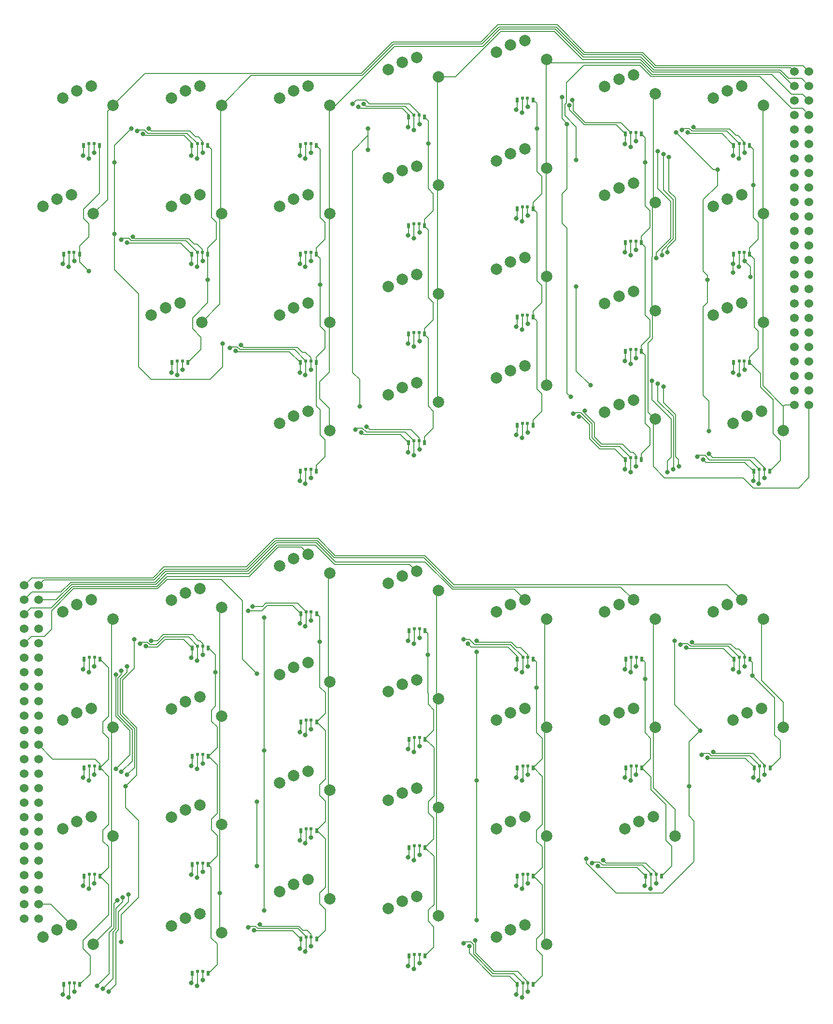
<source format=gbr>
%TF.GenerationSoftware,KiCad,Pcbnew,(6.0.6)*%
%TF.CreationDate,2022-09-05T11:06:27-07:00*%
%TF.ProjectId,Nour-Valkyrie,4e6f7572-2d56-4616-9c6b-797269652e6b,rev?*%
%TF.SameCoordinates,Original*%
%TF.FileFunction,Copper,L2,Bot*%
%TF.FilePolarity,Positive*%
%FSLAX46Y46*%
G04 Gerber Fmt 4.6, Leading zero omitted, Abs format (unit mm)*
G04 Created by KiCad (PCBNEW (6.0.6)) date 2022-09-05 11:06:27*
%MOMM*%
%LPD*%
G01*
G04 APERTURE LIST*
%TA.AperFunction,ComponentPad*%
%ADD10C,2.000000*%
%TD*%
%TA.AperFunction,ComponentPad*%
%ADD11C,1.524000*%
%TD*%
%TA.AperFunction,SMDPad,CuDef*%
%ADD12R,0.600000X0.900000*%
%TD*%
%TA.AperFunction,SMDPad,CuDef*%
%ADD13R,0.600000X0.550000*%
%TD*%
%TA.AperFunction,ViaPad*%
%ADD14C,0.800000*%
%TD*%
%TA.AperFunction,Conductor*%
%ADD15C,0.200000*%
%TD*%
G04 APERTURE END LIST*
D10*
%TO.P,SW53,1,A*%
%TO.N,Net-(D48-Pad1)*%
X49000000Y-217200000D03*
X51460000Y-215920000D03*
%TO.P,SW53,2,B*%
%TO.N,/lhs/LHS Keys/KEY.COL7*%
X57810000Y-218460000D03*
X54000000Y-215100000D03*
%TD*%
%TO.P,SW36,1,A*%
%TO.N,Net-(D43-Pad2)*%
X125000000Y-198200000D03*
X127460000Y-196920000D03*
%TO.P,SW36,2,B*%
%TO.N,/lhs/LHS Keys/KEY.COL3*%
X130000000Y-196100000D03*
X133810000Y-199460000D03*
%TD*%
%TO.P,SW33,1,A*%
%TO.N,Net-(D43-Pad4)*%
X144000000Y-198200000D03*
X146460000Y-196920000D03*
%TO.P,SW33,2,B*%
%TO.N,/lhs/LHS Keys/KEY.COL2*%
X149000000Y-196100000D03*
X152810000Y-199460000D03*
%TD*%
D11*
%TO.P,U3,1,KEY_COL2*%
%TO.N,/rhs/RHS Keys/KEY.COL2*%
X177260000Y-142965000D03*
%TO.P,U3,2,KEY_COL4*%
%TO.N,/rhs/RHS Keys/KEY.COL4*%
X177260000Y-140425000D03*
%TO.P,U3,3,KEY_ROW5*%
%TO.N,/rhs/RHS Keys/KEY.ROW5*%
X177260000Y-137885000D03*
%TO.P,U3,4,KEY_ROW3*%
%TO.N,/rhs/RHS Keys/KEY.ROW3*%
X177260000Y-135345000D03*
%TO.P,U3,5,KEY_ROW1*%
%TO.N,/rhs/RHS Keys/KEY.ROW1*%
X177260000Y-132805000D03*
%TO.P,U3,6,LED_SW_RED1*%
%TO.N,/rhs/RHS LEDs/LED.SW_RED1*%
X177260000Y-130265000D03*
%TO.P,U3,7,LED_SW_GREEN2*%
%TO.N,/rhs/RHS LEDs/LED.SW_GREEN2*%
X177260000Y-127725000D03*
%TO.P,U3,8,LED_SW_BLUE2*%
%TO.N,/rhs/RHS LEDs/LED.SW_BLUE2*%
X177260000Y-125185000D03*
%TO.P,U3,9,LED_CS1*%
%TO.N,/rhs/RHS LEDs/LED.CS_COL1*%
X177260000Y-122645000D03*
%TO.P,U3,10,LED_CS3*%
%TO.N,/rhs/RHS LEDs/LED.CS_COL3*%
X177260000Y-120105000D03*
%TO.P,U3,11,LED_CS5*%
%TO.N,/rhs/RHS LEDs/LED.CS_COL5*%
X177260000Y-117565000D03*
%TO.P,U3,12,LED_CS7*%
%TO.N,/rhs/RHS LEDs/LED.CS_COL7*%
X177260000Y-115025000D03*
%TO.P,U3,13,LED_CS9*%
%TO.N,/rhs/RHS LEDs/LED.CS_COL9*%
X177260000Y-112485000D03*
%TO.P,U3,14,LED_CS11*%
%TO.N,/rhs/RHS LEDs/LED.CS_COL11*%
X177260000Y-109945000D03*
%TO.P,U3,15,LED_CS13*%
%TO.N,/rhs/RHS LEDs/LED.CS_COL13*%
X177260000Y-107405000D03*
%TO.P,U3,16,LED_CS15*%
%TO.N,/rhs/RHS LEDs/LED.CS_COL15*%
X177260000Y-104865000D03*
%TO.P,U3,17,LED_SW_BLUE3*%
%TO.N,/rhs/RHS LEDs/LED.SW_BLUE3*%
X177260000Y-102325000D03*
%TO.P,U3,18,LED_SW_GREEN3*%
%TO.N,/rhs/RHS LEDs/LED.SW_GREEN3*%
X177260000Y-99785000D03*
%TO.P,U3,19,LED_SW_RED4*%
%TO.N,/rhs/RHS LEDs/LED.SW_RED4*%
X177260000Y-97245000D03*
%TO.P,U3,20,KEY_ROW6*%
%TO.N,/rhs/RHS Keys/KEY.ROW6*%
X177260000Y-94705000D03*
%TO.P,U3,21,KEY_ROW8*%
%TO.N,/rhs/RHS Keys/KEY.ROW8*%
X177260000Y-92165000D03*
%TO.P,U3,22,KEY_ROW10*%
%TO.N,/rhs/RHS Keys/KEY.ROW10*%
X177260000Y-89625000D03*
%TO.P,U3,23,KEY_COL7*%
%TO.N,/rhs/RHS Keys/KEY.COL7*%
X177260000Y-87085000D03*
%TO.P,U3,24,KEY_COL9*%
%TO.N,/rhs/RHS Keys/KEY.COL9*%
X177260000Y-84545000D03*
%TO.P,U3,25,KEY_COL10*%
%TO.N,/rhs/RHS Keys/KEY.COL10*%
X179800000Y-84545000D03*
%TO.P,U3,26,KEY_COL8*%
%TO.N,/rhs/RHS Keys/KEY.COL8*%
X179800000Y-87085000D03*
%TO.P,U3,27,KEY_COL6*%
%TO.N,/rhs/RHS Keys/KEY.COL6*%
X179800000Y-89625000D03*
%TO.P,U3,28,KEY_ROW9*%
%TO.N,/rhs/RHS Keys/KEY.ROW9*%
X179800000Y-92165000D03*
%TO.P,U3,29,KEY_ROW7*%
%TO.N,/rhs/RHS Keys/KEY.ROW7*%
X179800000Y-94705000D03*
%TO.P,U3,30,LED_SW_BLUE4*%
%TO.N,/rhs/RHS LEDs/LED.SW_BLUE4*%
X179800000Y-97245000D03*
%TO.P,U3,31,LED_SW_GREEN4*%
%TO.N,/rhs/RHS LEDs/LED.SW_GREEN4*%
X179800000Y-99785000D03*
%TO.P,U3,32,LED_SW_RED3*%
%TO.N,/rhs/RHS LEDs/LED.SW_RED3*%
X179800000Y-102325000D03*
%TO.P,U3,33,LED_CS16*%
%TO.N,/rhs/RHS LEDs/LED.CS_COL16*%
X179800000Y-104865000D03*
%TO.P,U3,34,LED_CS14*%
%TO.N,/rhs/RHS LEDs/LED.CS_COL14*%
X179800000Y-107405000D03*
%TO.P,U3,35,LED_CS12*%
%TO.N,/rhs/RHS LEDs/LED.CS_COL12*%
X179800000Y-109945000D03*
%TO.P,U3,36,LED_CS10*%
%TO.N,/rhs/RHS LEDs/LED.CS_COL10*%
X179800000Y-112485000D03*
%TO.P,U3,37,LED_CS8*%
%TO.N,/rhs/RHS LEDs/LED.CS_COL8*%
X179800000Y-115025000D03*
%TO.P,U3,38,LED_CS6*%
%TO.N,/rhs/RHS LEDs/LED.CS_COL6*%
X179800000Y-117565000D03*
%TO.P,U3,39,LED_CS4*%
%TO.N,/rhs/RHS LEDs/LED.CS_COL4*%
X179800000Y-120105000D03*
%TO.P,U3,40,LED_CS2*%
%TO.N,/rhs/RHS LEDs/LED.CS_COL2*%
X179800000Y-122645000D03*
%TO.P,U3,41,LED_SW_RED2*%
%TO.N,/rhs/RHS LEDs/LED.SW_RED2*%
X179800000Y-125185000D03*
%TO.P,U3,42,LED_SW_GREEN1*%
%TO.N,/rhs/RHS LEDs/LED.SW_GREEN1*%
X179800000Y-127725000D03*
%TO.P,U3,43,LED_SW_BLUE1*%
%TO.N,/rhs/RHS LEDs/LED.SW_BLUE1*%
X179800000Y-130265000D03*
%TO.P,U3,44,KEY_ROW2*%
%TO.N,/rhs/RHS Keys/KEY.ROW2*%
X179800000Y-132805000D03*
%TO.P,U3,45,KEY_ROW4*%
%TO.N,/rhs/RHS Keys/KEY.ROW4*%
X179800000Y-135345000D03*
%TO.P,U3,46,KEY_COL5*%
%TO.N,/rhs/RHS Keys/KEY.COL5*%
X179800000Y-137885000D03*
%TO.P,U3,47,KEY_COL3*%
%TO.N,/rhs/RHS Keys/KEY.COL3*%
X179800000Y-140425000D03*
%TO.P,U3,48,KEY_COL1*%
%TO.N,/rhs/RHS Keys/KEY.COL1*%
X179800000Y-142965000D03*
%TD*%
D10*
%TO.P,SW13,1,A*%
%TO.N,Net-(D3-Pad2)*%
X127460000Y-117920000D03*
X125000000Y-119200000D03*
%TO.P,SW13,2,B*%
%TO.N,/rhs/RHS Keys/KEY.COL6*%
X133810000Y-120460000D03*
X130000000Y-117100000D03*
%TD*%
%TO.P,SW49,1,A*%
%TO.N,Net-(D48-Pad2)*%
X68000000Y-215200000D03*
X70460000Y-213920000D03*
%TO.P,SW49,2,B*%
%TO.N,/lhs/LHS Keys/KEY.COL6*%
X76810000Y-216460000D03*
X73000000Y-213100000D03*
%TD*%
%TO.P,SW8,1,A*%
%TO.N,Net-(D2-Pad4)*%
X144000000Y-106200000D03*
X146460000Y-104920000D03*
%TO.P,SW8,2,B*%
%TO.N,/rhs/RHS Keys/KEY.COL1*%
X152810000Y-107460000D03*
X149000000Y-104100000D03*
%TD*%
%TO.P,SW26,1,A*%
%TO.N,Net-(D5-Pad1)*%
X49000000Y-89200000D03*
X51460000Y-87920000D03*
%TO.P,SW26,2,B*%
%TO.N,/rhs/RHS Keys/KEY.COL10*%
X54000000Y-87100000D03*
X57810000Y-90460000D03*
%TD*%
%TO.P,SW23,1,A*%
%TO.N,Net-(D5-Pad2)*%
X70460000Y-87920000D03*
X68000000Y-89200000D03*
%TO.P,SW23,2,B*%
%TO.N,/rhs/RHS Keys/KEY.COL9*%
X76810000Y-90460000D03*
X73000000Y-87100000D03*
%TD*%
%TO.P,SW18,1,A*%
%TO.N,Net-(D8-Pad5)*%
X108460000Y-139920000D03*
X106000000Y-141200000D03*
%TO.P,SW18,2,B*%
%TO.N,/rhs/RHS Keys/KEY.COL7*%
X114810000Y-142460000D03*
X111000000Y-139100000D03*
%TD*%
%TO.P,SW21,1,A*%
%TO.N,Net-(D7-Pad4)*%
X89460000Y-125920000D03*
X87000000Y-127200000D03*
%TO.P,SW21,2,B*%
%TO.N,/rhs/RHS Keys/KEY.COL8*%
X95810000Y-128460000D03*
X92000000Y-125100000D03*
%TD*%
%TO.P,SW11,1,A*%
%TO.N,Net-(D1-Pad2)*%
X125000000Y-81200000D03*
X127460000Y-79920000D03*
%TO.P,SW11,2,B*%
%TO.N,/rhs/RHS Keys/KEY.COL6*%
X133810000Y-82460000D03*
X130000000Y-79100000D03*
%TD*%
%TO.P,SW4,1,A*%
%TO.N,Net-(D2-Pad5)*%
X163000000Y-108200000D03*
X165460000Y-106920000D03*
%TO.P,SW4,2,B*%
%TO.N,/rhs/RHS Keys/KEY.COL2*%
X168000000Y-106100000D03*
X171810000Y-109460000D03*
%TD*%
%TO.P,SW45,1,A*%
%TO.N,Net-(D48-Pad5)*%
X89460000Y-207920000D03*
X87000000Y-209200000D03*
%TO.P,SW45,2,B*%
%TO.N,/lhs/LHS Keys/KEY.COL5*%
X92000000Y-207100000D03*
X95810000Y-210460000D03*
%TD*%
%TO.P,SW41,1,A*%
%TO.N,Net-(D44-Pad1)*%
X108460000Y-210920000D03*
X106000000Y-212200000D03*
%TO.P,SW41,2,B*%
%TO.N,/lhs/LHS Keys/KEY.COL4*%
X111000000Y-210100000D03*
X114810000Y-213460000D03*
%TD*%
%TO.P,SW42,1,A*%
%TO.N,Net-(D45-Pad1)*%
X106000000Y-231200000D03*
X108460000Y-229920000D03*
%TO.P,SW42,2,B*%
%TO.N,/lhs/LHS Keys/KEY.COL4*%
X114810000Y-232460000D03*
X111000000Y-229100000D03*
%TD*%
%TO.P,SW20,1,A*%
%TO.N,Net-(D6-Pad4)*%
X87000000Y-108200000D03*
X89460000Y-106920000D03*
%TO.P,SW20,2,B*%
%TO.N,/rhs/RHS Keys/KEY.COL8*%
X95810000Y-109460000D03*
X92000000Y-106100000D03*
%TD*%
%TO.P,SW40,1,A*%
%TO.N,Net-(D43-Pad1)*%
X106000000Y-193200000D03*
X108460000Y-191920000D03*
%TO.P,SW40,2,B*%
%TO.N,/lhs/LHS Keys/KEY.COL4*%
X114810000Y-194460000D03*
X111000000Y-191100000D03*
%TD*%
%TO.P,SW51,1,A*%
%TO.N,Net-(D46-Pad1)*%
X51460000Y-177920000D03*
X49000000Y-179200000D03*
%TO.P,SW51,2,B*%
%TO.N,/lhs/LHS Keys/KEY.COL7*%
X57810000Y-180460000D03*
X54000000Y-177100000D03*
%TD*%
%TO.P,SW12,1,A*%
%TO.N,Net-(D2-Pad2)*%
X125000000Y-100200000D03*
X127460000Y-98920000D03*
%TO.P,SW12,2,B*%
%TO.N,/rhs/RHS Keys/KEY.COL6*%
X130000000Y-98100000D03*
X133810000Y-101460000D03*
%TD*%
%TO.P,SW37,1,A*%
%TO.N,Net-(D44-Pad2)*%
X127460000Y-215920000D03*
X125000000Y-217200000D03*
%TO.P,SW37,2,B*%
%TO.N,/lhs/LHS Keys/KEY.COL3*%
X133810000Y-218460000D03*
X130000000Y-215100000D03*
%TD*%
%TO.P,SW30,1,A*%
%TO.N,Net-(D42-Pad5)*%
X163000000Y-179200000D03*
X165460000Y-177920000D03*
%TO.P,SW30,2,B*%
%TO.N,/lhs/LHS Keys/KEY.COL1*%
X171810000Y-180460000D03*
X168000000Y-177100000D03*
%TD*%
%TO.P,SW25,1,A*%
%TO.N,Net-(D7-Pad2)*%
X66960000Y-125920000D03*
X64500000Y-127200000D03*
%TO.P,SW25,2,B*%
%TO.N,/rhs/RHS Keys/KEY.COL9*%
X69500000Y-125100000D03*
X73310000Y-128460000D03*
%TD*%
%TO.P,SW19,1,A*%
%TO.N,Net-(D5-Pad4)*%
X89460000Y-87920000D03*
X87000000Y-89200000D03*
%TO.P,SW19,2,B*%
%TO.N,/rhs/RHS Keys/KEY.COL8*%
X95810000Y-90460000D03*
X92000000Y-87100000D03*
%TD*%
%TO.P,SW52,1,A*%
%TO.N,Net-(D47-Pad1)*%
X49000000Y-198200000D03*
X51460000Y-196920000D03*
%TO.P,SW52,2,B*%
%TO.N,/lhs/LHS Keys/KEY.COL7*%
X57810000Y-199460000D03*
X54000000Y-196100000D03*
%TD*%
%TO.P,SW38,1,A*%
%TO.N,Net-(D45-Pad2)*%
X127460000Y-234920000D03*
X125000000Y-236200000D03*
%TO.P,SW38,2,B*%
%TO.N,/lhs/LHS Keys/KEY.COL3*%
X130000000Y-234100000D03*
X133810000Y-237460000D03*
%TD*%
%TO.P,SW35,1,A*%
%TO.N,Net-(D42-Pad2)*%
X125000000Y-179200000D03*
X127460000Y-177920000D03*
%TO.P,SW35,2,B*%
%TO.N,/lhs/LHS Keys/KEY.COL3*%
X130000000Y-177100000D03*
X133810000Y-180460000D03*
%TD*%
D11*
%TO.P,U5,1,KEY_COL2*%
%TO.N,/lhs/LHS Keys/KEY.COL2*%
X44740000Y-174580000D03*
%TO.P,U5,2,KEY_COL4*%
%TO.N,/lhs/LHS Keys/KEY.COL4*%
X44740000Y-177120000D03*
%TO.P,U5,3,KEY_ROW5*%
%TO.N,/lhs/LHS Keys/KEY.ROW5*%
X44740000Y-179660000D03*
%TO.P,U5,4,KEY_ROW3*%
%TO.N,/lhs/LHS Keys/KEY.ROW3*%
X44740000Y-182200000D03*
%TO.P,U5,5,KEY_ROW1*%
%TO.N,/lhs/LHS Keys/KEY.ROW1*%
X44740000Y-184740000D03*
%TO.P,U5,6,LED_SW_RED1*%
%TO.N,/lhs/LHS LEDs/LED.SW_RED1*%
X44740000Y-187280000D03*
%TO.P,U5,7,LED_SW_GREEN2*%
%TO.N,/lhs/LHS LEDs/LED.SW_GREEN2*%
X44740000Y-189820000D03*
%TO.P,U5,8,LED_SW_BLUE2*%
%TO.N,/lhs/LHS LEDs/LED.SW_BLUE2*%
X44740000Y-192360000D03*
%TO.P,U5,9,LED_CS1*%
%TO.N,/lhs/LHS LEDs/LED.CS_COL1*%
X44740000Y-194900000D03*
%TO.P,U5,10,LED_CS3*%
%TO.N,/lhs/LHS LEDs/LED.CS_COL3*%
X44740000Y-197440000D03*
%TO.P,U5,11,LED_CS5*%
%TO.N,/lhs/LHS LEDs/LED.CS_COL5*%
X44740000Y-199980000D03*
%TO.P,U5,12,LED_CS7*%
%TO.N,/lhs/LHS LEDs/LED.CS_COL7*%
X44740000Y-202520000D03*
%TO.P,U5,13,LED_CS9*%
%TO.N,/lhs/LHS LEDs/LED.CS_COL9*%
X44740000Y-205060000D03*
%TO.P,U5,14,LED_CS11*%
%TO.N,/lhs/LHS LEDs/LED.CS_COL11*%
X44740000Y-207600000D03*
%TO.P,U5,15,LED_CS13*%
%TO.N,/lhs/LHS LEDs/LED.CS_COL13*%
X44740000Y-210140000D03*
%TO.P,U5,16,LED_CS15*%
%TO.N,/lhs/LHS LEDs/LED.CS_COL15*%
X44740000Y-212680000D03*
%TO.P,U5,17,LED_SW_BLUE3*%
%TO.N,/lhs/LHS LEDs/LED.SW_BLUE3*%
X44740000Y-215220000D03*
%TO.P,U5,18,LED_SW_GREEN3*%
%TO.N,/lhs/LHS LEDs/LED.SW_GREEN3*%
X44740000Y-217760000D03*
%TO.P,U5,19,LED_SW_RED4*%
%TO.N,/lhs/LHS LEDs/LED.SW_RED4*%
X44740000Y-220300000D03*
%TO.P,U5,20,KEY_ROW6*%
%TO.N,/lhs/LHS Keys/KEY.ROW6*%
X44740000Y-222840000D03*
%TO.P,U5,21,KEY_ROW8*%
%TO.N,/lhs/LHS Keys/KEY.ROW8*%
X44740000Y-225380000D03*
%TO.P,U5,22,KEY_ROW10*%
%TO.N,/lhs/LHS Keys/KEY.ROW10*%
X44740000Y-227920000D03*
%TO.P,U5,23,KEY_COL7*%
%TO.N,/lhs/LHS Keys/KEY.COL7*%
X44740000Y-230460000D03*
%TO.P,U5,24,KEY_COL9*%
%TO.N,/lhs/LHS Keys/KEY.COL9*%
X44740000Y-233000000D03*
%TO.P,U5,25,KEY_COL10*%
%TO.N,/lhs/LHS Keys/KEY.COL10*%
X42200000Y-233000000D03*
%TO.P,U5,26,KEY_COL8*%
%TO.N,/lhs/LHS Keys/KEY.COL8*%
X42200000Y-230460000D03*
%TO.P,U5,27,KEY_COL6*%
%TO.N,/lhs/LHS Keys/KEY.COL6*%
X42200000Y-227920000D03*
%TO.P,U5,28,KEY_ROW9*%
%TO.N,/lhs/LHS Keys/KEY.ROW9*%
X42200000Y-225380000D03*
%TO.P,U5,29,KEY_ROW7*%
%TO.N,/lhs/LHS Keys/KEY.ROW7*%
X42200000Y-222840000D03*
%TO.P,U5,30,LED_SW_BLUE4*%
%TO.N,/lhs/LHS LEDs/LED.SW_BLUE4*%
X42200000Y-220300000D03*
%TO.P,U5,31,LED_SW_GREEN4*%
%TO.N,/lhs/LHS LEDs/LED.SW_GREEN4*%
X42200000Y-217760000D03*
%TO.P,U5,32,LED_SW_RED3*%
%TO.N,/lhs/LHS LEDs/LED.SW_RED3*%
X42200000Y-215220000D03*
%TO.P,U5,33,LED_CS16*%
%TO.N,/lhs/LHS LEDs/LED.CS_COL16*%
X42200000Y-212680000D03*
%TO.P,U5,34,LED_CS14*%
%TO.N,/lhs/LHS LEDs/LED.CS_COL14*%
X42200000Y-210140000D03*
%TO.P,U5,35,LED_CS12*%
%TO.N,/lhs/LHS LEDs/LED.CS_COL12*%
X42200000Y-207600000D03*
%TO.P,U5,36,LED_CS10*%
%TO.N,/lhs/LHS LEDs/LED.CS_COL10*%
X42200000Y-205060000D03*
%TO.P,U5,37,LED_CS8*%
%TO.N,/lhs/LHS LEDs/LED.CS_COL8*%
X42200000Y-202520000D03*
%TO.P,U5,38,LED_CS6*%
%TO.N,/lhs/LHS LEDs/LED.CS_COL6*%
X42200000Y-199980000D03*
%TO.P,U5,39,LED_CS4*%
%TO.N,/lhs/LHS LEDs/LED.CS_COL4*%
X42200000Y-197440000D03*
%TO.P,U5,40,LED_CS2*%
%TO.N,/lhs/LHS LEDs/LED.CS_COL2*%
X42200000Y-194900000D03*
%TO.P,U5,41,LED_SW_RED2*%
%TO.N,/lhs/LHS LEDs/LED.SW_RED2*%
X42200000Y-192360000D03*
%TO.P,U5,42,LED_SW_GREEN1*%
%TO.N,/lhs/LHS LEDs/LED.SW_GREEN1*%
X42200000Y-189820000D03*
%TO.P,U5,43,LED_SW_BLUE1*%
%TO.N,/lhs/LHS LEDs/LED.SW_BLUE1*%
X42200000Y-187280000D03*
%TO.P,U5,44,KEY_ROW2*%
%TO.N,/lhs/LHS Keys/KEY.ROW2*%
X42200000Y-184740000D03*
%TO.P,U5,45,KEY_ROW4*%
%TO.N,/lhs/LHS Keys/KEY.ROW4*%
X42200000Y-182200000D03*
%TO.P,U5,46,KEY_COL5*%
%TO.N,/lhs/LHS Keys/KEY.COL5*%
X42200000Y-179660000D03*
%TO.P,U5,47,KEY_COL3*%
%TO.N,/lhs/LHS Keys/KEY.COL3*%
X42200000Y-177120000D03*
%TO.P,U5,48,KEY_COL1*%
%TO.N,/lhs/LHS Keys/KEY.COL1*%
X42200000Y-174580000D03*
%TD*%
D10*
%TO.P,SW5,1,A*%
%TO.N,Net-(D3-Pad5)*%
X165460000Y-125920000D03*
X163000000Y-127200000D03*
%TO.P,SW5,2,B*%
%TO.N,/rhs/RHS Keys/KEY.COL2*%
X171810000Y-128460000D03*
X168000000Y-125100000D03*
%TD*%
%TO.P,SW47,1,A*%
%TO.N,Net-(D46-Pad2)*%
X68000000Y-177200000D03*
X70460000Y-175920000D03*
%TO.P,SW47,2,B*%
%TO.N,/lhs/LHS Keys/KEY.COL6*%
X73000000Y-175100000D03*
X76810000Y-178460000D03*
%TD*%
%TO.P,SW50,1,A*%
%TO.N,Net-(D49-Pad2)*%
X68000000Y-234200000D03*
X70460000Y-232920000D03*
%TO.P,SW50,2,B*%
%TO.N,/lhs/LHS Keys/KEY.COL6*%
X76810000Y-235460000D03*
X73000000Y-232100000D03*
%TD*%
%TO.P,SW14,1,A*%
%TO.N,Net-(D4-Pad2)*%
X127460000Y-136920000D03*
X125000000Y-138200000D03*
%TO.P,SW14,2,B*%
%TO.N,/rhs/RHS Keys/KEY.COL6*%
X133810000Y-139460000D03*
X130000000Y-136100000D03*
%TD*%
%TO.P,SW9,1,A*%
%TO.N,Net-(D3-Pad4)*%
X144000000Y-125200000D03*
X146460000Y-123920000D03*
%TO.P,SW9,2,B*%
%TO.N,/rhs/RHS Keys/KEY.COL1*%
X152810000Y-126460000D03*
X149000000Y-123100000D03*
%TD*%
%TO.P,SW17,1,A*%
%TO.N,Net-(D7-Pad5)*%
X108460000Y-120920000D03*
X106000000Y-122200000D03*
%TO.P,SW17,2,B*%
%TO.N,/rhs/RHS Keys/KEY.COL7*%
X114810000Y-123460000D03*
X111000000Y-120100000D03*
%TD*%
%TO.P,SW43,1,A*%
%TO.N,Net-(D46-Pad5)*%
X87000000Y-171200000D03*
X89460000Y-169920000D03*
%TO.P,SW43,2,B*%
%TO.N,/lhs/LHS Keys/KEY.COL5*%
X95810000Y-172460000D03*
X92000000Y-169100000D03*
%TD*%
%TO.P,SW32,1,A*%
%TO.N,Net-(D42-Pad4)*%
X146460000Y-177920000D03*
X144000000Y-179200000D03*
%TO.P,SW32,2,B*%
%TO.N,/lhs/LHS Keys/KEY.COL2*%
X149000000Y-177100000D03*
X152810000Y-180460000D03*
%TD*%
%TO.P,SW44,1,A*%
%TO.N,Net-(D47-Pad5)*%
X87000000Y-190200000D03*
X89460000Y-188920000D03*
%TO.P,SW44,2,B*%
%TO.N,/lhs/LHS Keys/KEY.COL5*%
X95810000Y-191460000D03*
X92000000Y-188100000D03*
%TD*%
%TO.P,SW24,1,A*%
%TO.N,Net-(D6-Pad2)*%
X68000000Y-108200000D03*
X70460000Y-106920000D03*
%TO.P,SW24,2,B*%
%TO.N,/rhs/RHS Keys/KEY.COL9*%
X76810000Y-109460000D03*
X73000000Y-106100000D03*
%TD*%
%TO.P,SW31,1,A*%
%TO.N,Net-(D43-Pad5)*%
X166500000Y-198200000D03*
X168960000Y-196920000D03*
%TO.P,SW31,2,B*%
%TO.N,/lhs/LHS Keys/KEY.COL1*%
X171500000Y-196100000D03*
X175310000Y-199460000D03*
%TD*%
%TO.P,SW22,1,A*%
%TO.N,Net-(D8-Pad4)*%
X89460000Y-144920000D03*
X87000000Y-146200000D03*
%TO.P,SW22,2,B*%
%TO.N,/rhs/RHS Keys/KEY.COL8*%
X95810000Y-147460000D03*
X92000000Y-144100000D03*
%TD*%
%TO.P,SW48,1,A*%
%TO.N,Net-(D47-Pad2)*%
X70460000Y-194920000D03*
X68000000Y-196200000D03*
%TO.P,SW48,2,B*%
%TO.N,/lhs/LHS Keys/KEY.COL6*%
X73000000Y-194100000D03*
X76810000Y-197460000D03*
%TD*%
%TO.P,SW10,1,A*%
%TO.N,Net-(D4-Pad4)*%
X146460000Y-142920000D03*
X144000000Y-144200000D03*
%TO.P,SW10,2,B*%
%TO.N,/rhs/RHS Keys/KEY.COL1*%
X152810000Y-145460000D03*
X149000000Y-142100000D03*
%TD*%
%TO.P,SW46,1,A*%
%TO.N,Net-(D49-Pad5)*%
X87000000Y-228200000D03*
X89460000Y-226920000D03*
%TO.P,SW46,2,B*%
%TO.N,/lhs/LHS Keys/KEY.COL5*%
X92000000Y-226100000D03*
X95810000Y-229460000D03*
%TD*%
%TO.P,SW34,1,A*%
%TO.N,Net-(D44-Pad4)*%
X147500000Y-217200000D03*
X149960000Y-215920000D03*
%TO.P,SW34,2,B*%
%TO.N,/lhs/LHS Keys/KEY.COL2*%
X152500000Y-215100000D03*
X156310000Y-218460000D03*
%TD*%
%TO.P,SW16,1,A*%
%TO.N,Net-(D6-Pad5)*%
X106000000Y-103200000D03*
X108460000Y-101920000D03*
%TO.P,SW16,2,B*%
%TO.N,/rhs/RHS Keys/KEY.COL7*%
X111000000Y-101100000D03*
X114810000Y-104460000D03*
%TD*%
%TO.P,SW15,1,A*%
%TO.N,Net-(D5-Pad5)*%
X108460000Y-82920000D03*
X106000000Y-84200000D03*
%TO.P,SW15,2,B*%
%TO.N,/rhs/RHS Keys/KEY.COL7*%
X114810000Y-85460000D03*
X111000000Y-82100000D03*
%TD*%
%TO.P,SW54,1,A*%
%TO.N,Net-(D49-Pad1)*%
X47960000Y-234920000D03*
X45500000Y-236200000D03*
%TO.P,SW54,2,B*%
%TO.N,/lhs/LHS Keys/KEY.COL7*%
X54310000Y-237460000D03*
X50500000Y-234100000D03*
%TD*%
%TO.P,SW39,1,A*%
%TO.N,Net-(D42-Pad1)*%
X108460000Y-172920000D03*
X106000000Y-174200000D03*
%TO.P,SW39,2,B*%
%TO.N,/lhs/LHS Keys/KEY.COL4*%
X111000000Y-172100000D03*
X114810000Y-175460000D03*
%TD*%
%TO.P,SW7,1,A*%
%TO.N,Net-(D1-Pad4)*%
X144000000Y-87200000D03*
X146460000Y-85920000D03*
%TO.P,SW7,2,B*%
%TO.N,/rhs/RHS Keys/KEY.COL1*%
X149000000Y-85100000D03*
X152810000Y-88460000D03*
%TD*%
%TO.P,SW27,1,A*%
%TO.N,Net-(D6-Pad1)*%
X45500000Y-108200000D03*
X47960000Y-106920000D03*
%TO.P,SW27,2,B*%
%TO.N,/rhs/RHS Keys/KEY.COL10*%
X54310000Y-109460000D03*
X50500000Y-106100000D03*
%TD*%
%TO.P,SW6,1,A*%
%TO.N,Net-(D4-Pad5)*%
X166500000Y-146200000D03*
X168960000Y-144920000D03*
%TO.P,SW6,2,B*%
%TO.N,/rhs/RHS Keys/KEY.COL2*%
X171500000Y-144100000D03*
X175310000Y-147460000D03*
%TD*%
%TO.P,SW3,1,A*%
%TO.N,Net-(D1-Pad5)*%
X165460000Y-87920000D03*
X163000000Y-89200000D03*
%TO.P,SW3,2,B*%
%TO.N,/rhs/RHS Keys/KEY.COL2*%
X168000000Y-87100000D03*
X171810000Y-90460000D03*
%TD*%
D12*
%TO.P,D53,1,A*%
%TO.N,/lhs/LHS LEDs/LED.CS_COL2*%
X150467000Y-206517000D03*
D13*
%TO.P,D53,2,BK*%
%TO.N,/lhs/LHS LEDs/LED.SW_BLUE2*%
X149517000Y-206192000D03*
%TO.P,D53,3,GK*%
%TO.N,/lhs/LHS LEDs/LED.SW_GREEN2*%
X148617000Y-206192000D03*
D12*
%TO.P,D53,4,RK*%
%TO.N,/lhs/LHS LEDs/LED.SW_RED2*%
X147667000Y-206517000D03*
%TD*%
%TO.P,D61,1,A*%
%TO.N,/lhs/LHS LEDs/LED.CS_COL4*%
X112467000Y-220517000D03*
D13*
%TO.P,D61,2,BK*%
%TO.N,/lhs/LHS LEDs/LED.SW_BLUE3*%
X111517000Y-220192000D03*
%TO.P,D61,3,GK*%
%TO.N,/lhs/LHS LEDs/LED.SW_GREEN3*%
X110617000Y-220192000D03*
D12*
%TO.P,D61,4,RK*%
%TO.N,/lhs/LHS LEDs/LED.SW_RED3*%
X109667000Y-220517000D03*
%TD*%
%TO.P,D71,1,A*%
%TO.N,/lhs/LHS LEDs/LED.CS_COL7*%
X55467000Y-187517000D03*
D13*
%TO.P,D71,2,BK*%
%TO.N,/lhs/LHS LEDs/LED.SW_BLUE1*%
X54517000Y-187192000D03*
%TO.P,D71,3,GK*%
%TO.N,/lhs/LHS LEDs/LED.SW_GREEN1*%
X53617000Y-187192000D03*
D12*
%TO.P,D71,4,RK*%
%TO.N,/lhs/LHS LEDs/LED.SW_RED1*%
X52667000Y-187517000D03*
%TD*%
%TO.P,D64,1,A*%
%TO.N,/lhs/LHS LEDs/LED.CS_COL5*%
X93467000Y-198517000D03*
D13*
%TO.P,D64,2,BK*%
%TO.N,/lhs/LHS LEDs/LED.SW_BLUE2*%
X92517000Y-198192000D03*
%TO.P,D64,3,GK*%
%TO.N,/lhs/LHS LEDs/LED.SW_GREEN2*%
X91617000Y-198192000D03*
D12*
%TO.P,D64,4,RK*%
%TO.N,/lhs/LHS LEDs/LED.SW_RED2*%
X90667000Y-198517000D03*
%TD*%
%TO.P,D55,1,A*%
%TO.N,/lhs/LHS LEDs/LED.CS_COL3*%
X131467000Y-187517000D03*
D13*
%TO.P,D55,2,BK*%
%TO.N,/lhs/LHS LEDs/LED.SW_BLUE1*%
X130517000Y-187192000D03*
%TO.P,D55,3,GK*%
%TO.N,/lhs/LHS LEDs/LED.SW_GREEN1*%
X129617000Y-187192000D03*
D12*
%TO.P,D55,4,RK*%
%TO.N,/lhs/LHS LEDs/LED.SW_RED1*%
X128667000Y-187517000D03*
%TD*%
%TO.P,D9,1,A*%
%TO.N,/rhs/RHS LEDs/LED.CS_COL12*%
X169400000Y-97500000D03*
D13*
%TO.P,D9,2,BK*%
%TO.N,/rhs/RHS LEDs/LED.SW_BLUE4*%
X168450000Y-97175000D03*
%TO.P,D9,3,GK*%
%TO.N,/rhs/RHS LEDs/LED.SW_GREEN4*%
X167550000Y-97175000D03*
D12*
%TO.P,D9,4,RK*%
%TO.N,/rhs/RHS LEDs/LED.SW_RED4*%
X166600000Y-97500000D03*
%TD*%
%TO.P,D59,1,A*%
%TO.N,/lhs/LHS LEDs/LED.CS_COL4*%
X112467000Y-182517000D03*
D13*
%TO.P,D59,2,BK*%
%TO.N,/lhs/LHS LEDs/LED.SW_BLUE1*%
X111517000Y-182192000D03*
%TO.P,D59,3,GK*%
%TO.N,/lhs/LHS LEDs/LED.SW_GREEN1*%
X110617000Y-182192000D03*
D12*
%TO.P,D59,4,RK*%
%TO.N,/lhs/LHS LEDs/LED.SW_RED1*%
X109667000Y-182517000D03*
%TD*%
%TO.P,D68,1,A*%
%TO.N,/lhs/LHS LEDs/LED.CS_COL6*%
X74467000Y-204517000D03*
D13*
%TO.P,D68,2,BK*%
%TO.N,/lhs/LHS LEDs/LED.SW_BLUE2*%
X73517000Y-204192000D03*
%TO.P,D68,3,GK*%
%TO.N,/lhs/LHS LEDs/LED.SW_GREEN2*%
X72617000Y-204192000D03*
D12*
%TO.P,D68,4,RK*%
%TO.N,/lhs/LHS LEDs/LED.SW_RED2*%
X71667000Y-204517000D03*
%TD*%
%TO.P,D72,1,A*%
%TO.N,/lhs/LHS LEDs/LED.CS_COL7*%
X55467000Y-206517000D03*
D13*
%TO.P,D72,2,BK*%
%TO.N,/lhs/LHS LEDs/LED.SW_BLUE2*%
X54517000Y-206192000D03*
%TO.P,D72,3,GK*%
%TO.N,/lhs/LHS LEDs/LED.SW_GREEN2*%
X53617000Y-206192000D03*
D12*
%TO.P,D72,4,RK*%
%TO.N,/lhs/LHS LEDs/LED.SW_RED2*%
X52667000Y-206517000D03*
%TD*%
%TO.P,D74,1,A*%
%TO.N,/lhs/LHS LEDs/LED.CS_COL7*%
X51967000Y-244517000D03*
D13*
%TO.P,D74,2,BK*%
%TO.N,/lhs/LHS LEDs/LED.SW_BLUE4*%
X51017000Y-244192000D03*
%TO.P,D74,3,GK*%
%TO.N,/lhs/LHS LEDs/LED.SW_GREEN4*%
X50117000Y-244192000D03*
D12*
%TO.P,D74,4,RK*%
%TO.N,/lhs/LHS LEDs/LED.SW_RED4*%
X49167000Y-244517000D03*
%TD*%
%TO.P,D23,1,A*%
%TO.N,/rhs/RHS LEDs/LED.CS_COL9*%
X112400000Y-130549000D03*
D13*
%TO.P,D23,2,BK*%
%TO.N,/rhs/RHS LEDs/LED.SW_BLUE2*%
X111450000Y-130224000D03*
%TO.P,D23,3,GK*%
%TO.N,/rhs/RHS LEDs/LED.SW_GREEN2*%
X110550000Y-130224000D03*
D12*
%TO.P,D23,4,RK*%
%TO.N,/rhs/RHS LEDs/LED.SW_RED2*%
X109600000Y-130549000D03*
%TD*%
%TO.P,D56,1,A*%
%TO.N,/lhs/LHS LEDs/LED.CS_COL3*%
X131467000Y-206517000D03*
D13*
%TO.P,D56,2,BK*%
%TO.N,/lhs/LHS LEDs/LED.SW_BLUE2*%
X130517000Y-206192000D03*
%TO.P,D56,3,GK*%
%TO.N,/lhs/LHS LEDs/LED.SW_GREEN2*%
X129617000Y-206192000D03*
D12*
%TO.P,D56,4,RK*%
%TO.N,/lhs/LHS LEDs/LED.SW_RED2*%
X128667000Y-206517000D03*
%TD*%
%TO.P,D12,1,A*%
%TO.N,/rhs/RHS LEDs/LED.CS_COL12*%
X172900000Y-154549000D03*
D13*
%TO.P,D12,2,BK*%
%TO.N,/rhs/RHS LEDs/LED.SW_BLUE1*%
X171950000Y-154224000D03*
%TO.P,D12,3,GK*%
%TO.N,/rhs/RHS LEDs/LED.SW_GREEN1*%
X171050000Y-154224000D03*
D12*
%TO.P,D12,4,RK*%
%TO.N,/rhs/RHS LEDs/LED.SW_RED1*%
X170100000Y-154549000D03*
%TD*%
%TO.P,D26,1,A*%
%TO.N,/rhs/RHS LEDs/LED.CS_COL8*%
X93400000Y-116549000D03*
D13*
%TO.P,D26,2,BK*%
%TO.N,/rhs/RHS LEDs/LED.SW_BLUE3*%
X92450000Y-116224000D03*
%TO.P,D26,3,GK*%
%TO.N,/rhs/RHS LEDs/LED.SW_GREEN3*%
X91550000Y-116224000D03*
D12*
%TO.P,D26,4,RK*%
%TO.N,/rhs/RHS LEDs/LED.SW_RED3*%
X90600000Y-116549000D03*
%TD*%
%TO.P,D20,1,A*%
%TO.N,/rhs/RHS LEDs/LED.CS_COL10*%
X131400000Y-146549000D03*
D13*
%TO.P,D20,2,BK*%
%TO.N,/rhs/RHS LEDs/LED.SW_BLUE1*%
X130450000Y-146224000D03*
%TO.P,D20,3,GK*%
%TO.N,/rhs/RHS LEDs/LED.SW_GREEN1*%
X129550000Y-146224000D03*
D12*
%TO.P,D20,4,RK*%
%TO.N,/rhs/RHS LEDs/LED.SW_RED1*%
X128600000Y-146549000D03*
%TD*%
%TO.P,D62,1,A*%
%TO.N,/lhs/LHS LEDs/LED.CS_COL4*%
X112467000Y-239517000D03*
D13*
%TO.P,D62,2,BK*%
%TO.N,/lhs/LHS LEDs/LED.SW_BLUE4*%
X111517000Y-239192000D03*
%TO.P,D62,3,GK*%
%TO.N,/lhs/LHS LEDs/LED.SW_GREEN4*%
X110617000Y-239192000D03*
D12*
%TO.P,D62,4,RK*%
%TO.N,/lhs/LHS LEDs/LED.SW_RED4*%
X109667000Y-239517000D03*
%TD*%
%TO.P,D28,1,A*%
%TO.N,/rhs/RHS LEDs/LED.CS_COL8*%
X93400000Y-154549000D03*
D13*
%TO.P,D28,2,BK*%
%TO.N,/rhs/RHS LEDs/LED.SW_BLUE1*%
X92450000Y-154224000D03*
%TO.P,D28,3,GK*%
%TO.N,/rhs/RHS LEDs/LED.SW_GREEN1*%
X91550000Y-154224000D03*
D12*
%TO.P,D28,4,RK*%
%TO.N,/rhs/RHS LEDs/LED.SW_RED1*%
X90600000Y-154549000D03*
%TD*%
%TO.P,D33,1,A*%
%TO.N,/rhs/RHS LEDs/LED.CS_COL6*%
X51900000Y-116549000D03*
D13*
%TO.P,D33,2,BK*%
%TO.N,/rhs/RHS LEDs/LED.SW_BLUE3*%
X50950000Y-116224000D03*
%TO.P,D33,3,GK*%
%TO.N,/rhs/RHS LEDs/LED.SW_GREEN3*%
X50050000Y-116224000D03*
D12*
%TO.P,D33,4,RK*%
%TO.N,/rhs/RHS LEDs/LED.SW_RED3*%
X49100000Y-116549000D03*
%TD*%
%TO.P,D65,1,A*%
%TO.N,/lhs/LHS LEDs/LED.CS_COL5*%
X93467000Y-217517000D03*
D13*
%TO.P,D65,2,BK*%
%TO.N,/lhs/LHS LEDs/LED.SW_BLUE3*%
X92517000Y-217192000D03*
%TO.P,D65,3,GK*%
%TO.N,/lhs/LHS LEDs/LED.SW_GREEN3*%
X91617000Y-217192000D03*
D12*
%TO.P,D65,4,RK*%
%TO.N,/lhs/LHS LEDs/LED.SW_RED3*%
X90667000Y-217517000D03*
%TD*%
%TO.P,D57,1,A*%
%TO.N,/lhs/LHS LEDs/LED.CS_COL3*%
X131467000Y-225517000D03*
D13*
%TO.P,D57,2,BK*%
%TO.N,/lhs/LHS LEDs/LED.SW_BLUE3*%
X130517000Y-225192000D03*
%TO.P,D57,3,GK*%
%TO.N,/lhs/LHS LEDs/LED.SW_GREEN3*%
X129617000Y-225192000D03*
D12*
%TO.P,D57,4,RK*%
%TO.N,/lhs/LHS LEDs/LED.SW_RED3*%
X128667000Y-225517000D03*
%TD*%
%TO.P,D69,1,A*%
%TO.N,/lhs/LHS LEDs/LED.CS_COL6*%
X74467000Y-223517000D03*
D13*
%TO.P,D69,2,BK*%
%TO.N,/lhs/LHS LEDs/LED.SW_BLUE3*%
X73517000Y-223192000D03*
%TO.P,D69,3,GK*%
%TO.N,/lhs/LHS LEDs/LED.SW_GREEN3*%
X72617000Y-223192000D03*
D12*
%TO.P,D69,4,RK*%
%TO.N,/lhs/LHS LEDs/LED.SW_RED3*%
X71667000Y-223517000D03*
%TD*%
%TO.P,D10,1,A*%
%TO.N,/rhs/RHS LEDs/LED.CS_COL12*%
X169400000Y-116549000D03*
D13*
%TO.P,D10,2,BK*%
%TO.N,/rhs/RHS LEDs/LED.SW_BLUE3*%
X168450000Y-116224000D03*
%TO.P,D10,3,GK*%
%TO.N,/rhs/RHS LEDs/LED.SW_GREEN3*%
X167550000Y-116224000D03*
D12*
%TO.P,D10,4,RK*%
%TO.N,/rhs/RHS LEDs/LED.SW_RED3*%
X166600000Y-116549000D03*
%TD*%
%TO.P,D31,1,A*%
%TO.N,/rhs/RHS LEDs/LED.CS_COL7*%
X70900000Y-135549000D03*
D13*
%TO.P,D31,2,BK*%
%TO.N,/rhs/RHS LEDs/LED.SW_BLUE2*%
X69950000Y-135224000D03*
%TO.P,D31,3,GK*%
%TO.N,/rhs/RHS LEDs/LED.SW_GREEN2*%
X69050000Y-135224000D03*
D12*
%TO.P,D31,4,RK*%
%TO.N,/rhs/RHS LEDs/LED.SW_RED2*%
X68100000Y-135549000D03*
%TD*%
%TO.P,D21,1,A*%
%TO.N,/rhs/RHS LEDs/LED.CS_COL9*%
X112400000Y-92500000D03*
D13*
%TO.P,D21,2,BK*%
%TO.N,/rhs/RHS LEDs/LED.SW_BLUE4*%
X111450000Y-92175000D03*
%TO.P,D21,3,GK*%
%TO.N,/rhs/RHS LEDs/LED.SW_GREEN4*%
X110550000Y-92175000D03*
D12*
%TO.P,D21,4,RK*%
%TO.N,/rhs/RHS LEDs/LED.SW_RED4*%
X109600000Y-92500000D03*
%TD*%
%TO.P,D25,1,A*%
%TO.N,/rhs/RHS LEDs/LED.CS_COL8*%
X93400000Y-97500000D03*
D13*
%TO.P,D25,2,BK*%
%TO.N,/rhs/RHS LEDs/LED.SW_BLUE4*%
X92450000Y-97175000D03*
%TO.P,D25,3,GK*%
%TO.N,/rhs/RHS LEDs/LED.SW_GREEN4*%
X91550000Y-97175000D03*
D12*
%TO.P,D25,4,RK*%
%TO.N,/rhs/RHS LEDs/LED.SW_RED4*%
X90600000Y-97500000D03*
%TD*%
%TO.P,D70,1,A*%
%TO.N,/lhs/LHS LEDs/LED.CS_COL6*%
X74467000Y-242517000D03*
D13*
%TO.P,D70,2,BK*%
%TO.N,/lhs/LHS LEDs/LED.SW_BLUE4*%
X73517000Y-242192000D03*
%TO.P,D70,3,GK*%
%TO.N,/lhs/LHS LEDs/LED.SW_GREEN4*%
X72617000Y-242192000D03*
D12*
%TO.P,D70,4,RK*%
%TO.N,/lhs/LHS LEDs/LED.SW_RED4*%
X71667000Y-242517000D03*
%TD*%
%TO.P,D18,1,A*%
%TO.N,/rhs/RHS LEDs/LED.CS_COL10*%
X131400000Y-108549000D03*
D13*
%TO.P,D18,2,BK*%
%TO.N,/rhs/RHS LEDs/LED.SW_BLUE3*%
X130450000Y-108224000D03*
%TO.P,D18,3,GK*%
%TO.N,/rhs/RHS LEDs/LED.SW_GREEN3*%
X129550000Y-108224000D03*
D12*
%TO.P,D18,4,RK*%
%TO.N,/rhs/RHS LEDs/LED.SW_RED3*%
X128600000Y-108549000D03*
%TD*%
%TO.P,D17,1,A*%
%TO.N,/rhs/RHS LEDs/LED.CS_COL10*%
X131400000Y-89500000D03*
D13*
%TO.P,D17,2,BK*%
%TO.N,/rhs/RHS LEDs/LED.SW_BLUE4*%
X130450000Y-89175000D03*
%TO.P,D17,3,GK*%
%TO.N,/rhs/RHS LEDs/LED.SW_GREEN4*%
X129550000Y-89175000D03*
D12*
%TO.P,D17,4,RK*%
%TO.N,/rhs/RHS LEDs/LED.SW_RED4*%
X128600000Y-89500000D03*
%TD*%
%TO.P,D60,1,A*%
%TO.N,/lhs/LHS LEDs/LED.CS_COL4*%
X112467000Y-201517000D03*
D13*
%TO.P,D60,2,BK*%
%TO.N,/lhs/LHS LEDs/LED.SW_BLUE2*%
X111517000Y-201192000D03*
%TO.P,D60,3,GK*%
%TO.N,/lhs/LHS LEDs/LED.SW_GREEN2*%
X110617000Y-201192000D03*
D12*
%TO.P,D60,4,RK*%
%TO.N,/lhs/LHS LEDs/LED.SW_RED2*%
X109667000Y-201517000D03*
%TD*%
%TO.P,D63,1,A*%
%TO.N,/lhs/LHS LEDs/LED.CS_COL5*%
X93467000Y-179517000D03*
D13*
%TO.P,D63,2,BK*%
%TO.N,/lhs/LHS LEDs/LED.SW_BLUE1*%
X92517000Y-179192000D03*
%TO.P,D63,3,GK*%
%TO.N,/lhs/LHS LEDs/LED.SW_GREEN1*%
X91617000Y-179192000D03*
D12*
%TO.P,D63,4,RK*%
%TO.N,/lhs/LHS LEDs/LED.SW_RED1*%
X90667000Y-179517000D03*
%TD*%
%TO.P,D13,1,A*%
%TO.N,/rhs/RHS LEDs/LED.CS_COL11*%
X150400000Y-95500000D03*
D13*
%TO.P,D13,2,BK*%
%TO.N,/rhs/RHS LEDs/LED.SW_BLUE4*%
X149450000Y-95175000D03*
%TO.P,D13,3,GK*%
%TO.N,/rhs/RHS LEDs/LED.SW_GREEN4*%
X148550000Y-95175000D03*
D12*
%TO.P,D13,4,RK*%
%TO.N,/rhs/RHS LEDs/LED.SW_RED4*%
X147600000Y-95500000D03*
%TD*%
%TO.P,D51,1,A*%
%TO.N,/lhs/LHS LEDs/LED.CS_COL1*%
X172967000Y-206517000D03*
D13*
%TO.P,D51,2,BK*%
%TO.N,/lhs/LHS LEDs/LED.SW_BLUE2*%
X172017000Y-206192000D03*
%TO.P,D51,3,GK*%
%TO.N,/lhs/LHS LEDs/LED.SW_GREEN2*%
X171117000Y-206192000D03*
D12*
%TO.P,D51,4,RK*%
%TO.N,/lhs/LHS LEDs/LED.SW_RED2*%
X170167000Y-206517000D03*
%TD*%
%TO.P,D22,1,A*%
%TO.N,/rhs/RHS LEDs/LED.CS_COL9*%
X112400000Y-111549000D03*
D13*
%TO.P,D22,2,BK*%
%TO.N,/rhs/RHS LEDs/LED.SW_BLUE3*%
X111450000Y-111224000D03*
%TO.P,D22,3,GK*%
%TO.N,/rhs/RHS LEDs/LED.SW_GREEN3*%
X110550000Y-111224000D03*
D12*
%TO.P,D22,4,RK*%
%TO.N,/rhs/RHS LEDs/LED.SW_RED3*%
X109600000Y-111549000D03*
%TD*%
%TO.P,D52,1,A*%
%TO.N,/lhs/LHS LEDs/LED.CS_COL2*%
X150467000Y-187517000D03*
D13*
%TO.P,D52,2,BK*%
%TO.N,/lhs/LHS LEDs/LED.SW_BLUE1*%
X149517000Y-187192000D03*
%TO.P,D52,3,GK*%
%TO.N,/lhs/LHS LEDs/LED.SW_GREEN1*%
X148617000Y-187192000D03*
D12*
%TO.P,D52,4,RK*%
%TO.N,/lhs/LHS LEDs/LED.SW_RED1*%
X147667000Y-187517000D03*
%TD*%
%TO.P,D32,1,A*%
%TO.N,/rhs/RHS LEDs/LED.CS_COL6*%
X55400000Y-97500000D03*
D13*
%TO.P,D32,2,BK*%
%TO.N,/rhs/RHS LEDs/LED.SW_BLUE4*%
X54450000Y-97175000D03*
%TO.P,D32,3,GK*%
%TO.N,/rhs/RHS LEDs/LED.SW_GREEN4*%
X53550000Y-97175000D03*
D12*
%TO.P,D32,4,RK*%
%TO.N,/rhs/RHS LEDs/LED.SW_RED4*%
X52600000Y-97500000D03*
%TD*%
%TO.P,D58,1,A*%
%TO.N,/lhs/LHS LEDs/LED.CS_COL3*%
X131467000Y-244517000D03*
D13*
%TO.P,D58,2,BK*%
%TO.N,/lhs/LHS LEDs/LED.SW_BLUE4*%
X130517000Y-244192000D03*
%TO.P,D58,3,GK*%
%TO.N,/lhs/LHS LEDs/LED.SW_GREEN4*%
X129617000Y-244192000D03*
D12*
%TO.P,D58,4,RK*%
%TO.N,/lhs/LHS LEDs/LED.SW_RED4*%
X128667000Y-244517000D03*
%TD*%
%TO.P,D24,1,A*%
%TO.N,/rhs/RHS LEDs/LED.CS_COL9*%
X112400000Y-149549000D03*
D13*
%TO.P,D24,2,BK*%
%TO.N,/rhs/RHS LEDs/LED.SW_BLUE1*%
X111450000Y-149224000D03*
%TO.P,D24,3,GK*%
%TO.N,/rhs/RHS LEDs/LED.SW_GREEN1*%
X110550000Y-149224000D03*
D12*
%TO.P,D24,4,RK*%
%TO.N,/rhs/RHS LEDs/LED.SW_RED1*%
X109600000Y-149549000D03*
%TD*%
%TO.P,D15,1,A*%
%TO.N,/rhs/RHS LEDs/LED.CS_COL11*%
X150400000Y-133549000D03*
D13*
%TO.P,D15,2,BK*%
%TO.N,/rhs/RHS LEDs/LED.SW_BLUE2*%
X149450000Y-133224000D03*
%TO.P,D15,3,GK*%
%TO.N,/rhs/RHS LEDs/LED.SW_GREEN2*%
X148550000Y-133224000D03*
D12*
%TO.P,D15,4,RK*%
%TO.N,/rhs/RHS LEDs/LED.SW_RED2*%
X147600000Y-133549000D03*
%TD*%
%TO.P,D67,1,A*%
%TO.N,/lhs/LHS LEDs/LED.CS_COL6*%
X74467000Y-185517000D03*
D13*
%TO.P,D67,2,BK*%
%TO.N,/lhs/LHS LEDs/LED.SW_BLUE1*%
X73517000Y-185192000D03*
%TO.P,D67,3,GK*%
%TO.N,/lhs/LHS LEDs/LED.SW_GREEN1*%
X72617000Y-185192000D03*
D12*
%TO.P,D67,4,RK*%
%TO.N,/lhs/LHS LEDs/LED.SW_RED1*%
X71667000Y-185517000D03*
%TD*%
%TO.P,D29,1,A*%
%TO.N,/rhs/RHS LEDs/LED.CS_COL7*%
X74400000Y-97500000D03*
D13*
%TO.P,D29,2,BK*%
%TO.N,/rhs/RHS LEDs/LED.SW_BLUE4*%
X73450000Y-97175000D03*
%TO.P,D29,3,GK*%
%TO.N,/rhs/RHS LEDs/LED.SW_GREEN4*%
X72550000Y-97175000D03*
D12*
%TO.P,D29,4,RK*%
%TO.N,/rhs/RHS LEDs/LED.SW_RED4*%
X71600000Y-97500000D03*
%TD*%
%TO.P,D16,1,A*%
%TO.N,/rhs/RHS LEDs/LED.CS_COL11*%
X150400000Y-152549000D03*
D13*
%TO.P,D16,2,BK*%
%TO.N,/rhs/RHS LEDs/LED.SW_BLUE1*%
X149450000Y-152224000D03*
%TO.P,D16,3,GK*%
%TO.N,/rhs/RHS LEDs/LED.SW_GREEN1*%
X148550000Y-152224000D03*
D12*
%TO.P,D16,4,RK*%
%TO.N,/rhs/RHS LEDs/LED.SW_RED1*%
X147600000Y-152549000D03*
%TD*%
%TO.P,D66,1,A*%
%TO.N,/lhs/LHS LEDs/LED.CS_COL5*%
X93467000Y-236517000D03*
D13*
%TO.P,D66,2,BK*%
%TO.N,/lhs/LHS LEDs/LED.SW_BLUE4*%
X92517000Y-236192000D03*
%TO.P,D66,3,GK*%
%TO.N,/lhs/LHS LEDs/LED.SW_GREEN4*%
X91617000Y-236192000D03*
D12*
%TO.P,D66,4,RK*%
%TO.N,/lhs/LHS LEDs/LED.SW_RED4*%
X90667000Y-236517000D03*
%TD*%
%TO.P,D11,1,A*%
%TO.N,/rhs/RHS LEDs/LED.CS_COL12*%
X169400000Y-135549000D03*
D13*
%TO.P,D11,2,BK*%
%TO.N,/rhs/RHS LEDs/LED.SW_BLUE2*%
X168450000Y-135224000D03*
%TO.P,D11,3,GK*%
%TO.N,/rhs/RHS LEDs/LED.SW_GREEN2*%
X167550000Y-135224000D03*
D12*
%TO.P,D11,4,RK*%
%TO.N,/rhs/RHS LEDs/LED.SW_RED2*%
X166600000Y-135549000D03*
%TD*%
%TO.P,D19,1,A*%
%TO.N,/rhs/RHS LEDs/LED.CS_COL10*%
X131400000Y-127549000D03*
D13*
%TO.P,D19,2,BK*%
%TO.N,/rhs/RHS LEDs/LED.SW_BLUE2*%
X130450000Y-127224000D03*
%TO.P,D19,3,GK*%
%TO.N,/rhs/RHS LEDs/LED.SW_GREEN2*%
X129550000Y-127224000D03*
D12*
%TO.P,D19,4,RK*%
%TO.N,/rhs/RHS LEDs/LED.SW_RED2*%
X128600000Y-127549000D03*
%TD*%
%TO.P,D14,1,A*%
%TO.N,/rhs/RHS LEDs/LED.CS_COL11*%
X150400000Y-114549000D03*
D13*
%TO.P,D14,2,BK*%
%TO.N,/rhs/RHS LEDs/LED.SW_BLUE3*%
X149450000Y-114224000D03*
%TO.P,D14,3,GK*%
%TO.N,/rhs/RHS LEDs/LED.SW_GREEN3*%
X148550000Y-114224000D03*
D12*
%TO.P,D14,4,RK*%
%TO.N,/rhs/RHS LEDs/LED.SW_RED3*%
X147600000Y-114549000D03*
%TD*%
%TO.P,D50,1,A*%
%TO.N,/lhs/LHS LEDs/LED.CS_COL1*%
X169467000Y-187517000D03*
D13*
%TO.P,D50,2,BK*%
%TO.N,/lhs/LHS LEDs/LED.SW_BLUE1*%
X168517000Y-187192000D03*
%TO.P,D50,3,GK*%
%TO.N,/lhs/LHS LEDs/LED.SW_GREEN1*%
X167617000Y-187192000D03*
D12*
%TO.P,D50,4,RK*%
%TO.N,/lhs/LHS LEDs/LED.SW_RED1*%
X166667000Y-187517000D03*
%TD*%
%TO.P,D54,1,A*%
%TO.N,/lhs/LHS LEDs/LED.CS_COL2*%
X153967000Y-225517000D03*
D13*
%TO.P,D54,2,BK*%
%TO.N,/lhs/LHS LEDs/LED.SW_BLUE3*%
X153017000Y-225192000D03*
%TO.P,D54,3,GK*%
%TO.N,/lhs/LHS LEDs/LED.SW_GREEN3*%
X152117000Y-225192000D03*
D12*
%TO.P,D54,4,RK*%
%TO.N,/lhs/LHS LEDs/LED.SW_RED3*%
X151167000Y-225517000D03*
%TD*%
%TO.P,D27,1,A*%
%TO.N,/rhs/RHS LEDs/LED.CS_COL8*%
X93400000Y-135549000D03*
D13*
%TO.P,D27,2,BK*%
%TO.N,/rhs/RHS LEDs/LED.SW_BLUE2*%
X92450000Y-135224000D03*
%TO.P,D27,3,GK*%
%TO.N,/rhs/RHS LEDs/LED.SW_GREEN2*%
X91550000Y-135224000D03*
D12*
%TO.P,D27,4,RK*%
%TO.N,/rhs/RHS LEDs/LED.SW_RED2*%
X90600000Y-135549000D03*
%TD*%
%TO.P,D30,1,A*%
%TO.N,/rhs/RHS LEDs/LED.CS_COL7*%
X74400000Y-116549000D03*
D13*
%TO.P,D30,2,BK*%
%TO.N,/rhs/RHS LEDs/LED.SW_BLUE3*%
X73450000Y-116224000D03*
%TO.P,D30,3,GK*%
%TO.N,/rhs/RHS LEDs/LED.SW_GREEN3*%
X72550000Y-116224000D03*
D12*
%TO.P,D30,4,RK*%
%TO.N,/rhs/RHS LEDs/LED.SW_RED3*%
X71600000Y-116549000D03*
%TD*%
%TO.P,D73,1,A*%
%TO.N,/lhs/LHS LEDs/LED.CS_COL7*%
X55467000Y-225517000D03*
D13*
%TO.P,D73,2,BK*%
%TO.N,/lhs/LHS LEDs/LED.SW_BLUE3*%
X54517000Y-225192000D03*
%TO.P,D73,3,GK*%
%TO.N,/lhs/LHS LEDs/LED.SW_GREEN3*%
X53617000Y-225192000D03*
D12*
%TO.P,D73,4,RK*%
%TO.N,/lhs/LHS LEDs/LED.SW_RED3*%
X52667000Y-225517000D03*
%TD*%
D14*
%TO.N,/rhs/RHS Keys/KEY.ROW4*%
X139000000Y-122250000D03*
X141500000Y-139500000D03*
%TO.N,/rhs/RHS LEDs/LED.SW_BLUE1*%
X154250000Y-139750000D03*
X140500000Y-144000000D03*
X111500000Y-150750000D03*
X102250000Y-146750000D03*
X149500000Y-153750000D03*
X157000000Y-153750000D03*
X172000000Y-155750000D03*
X130500000Y-147750000D03*
X162250000Y-151500000D03*
X92500000Y-155750000D03*
%TO.N,/rhs/RHS LEDs/LED.SW_GREEN1*%
X110500000Y-151750000D03*
X148500000Y-154750000D03*
X160250000Y-152000000D03*
X138500000Y-144500000D03*
X155000000Y-154750000D03*
X100250000Y-147250000D03*
X129500000Y-148750000D03*
X171000000Y-156750000D03*
X91500000Y-156750000D03*
X152250000Y-138750000D03*
%TO.N,/rhs/RHS LEDs/LED.SW_RED1*%
X170000000Y-156250000D03*
X90500000Y-156250000D03*
X156000000Y-154250000D03*
X147500000Y-154250000D03*
X153250000Y-139250000D03*
X139500000Y-145000000D03*
X109500000Y-151250000D03*
X161250000Y-152500000D03*
X128500000Y-148250000D03*
X101250000Y-147750000D03*
%TO.N,/rhs/RHS LEDs/LED.SW_BLUE2*%
X70000000Y-136750000D03*
X80250000Y-132500000D03*
X92500000Y-136750000D03*
X168500000Y-136750000D03*
X130500000Y-128750000D03*
X111500000Y-131750000D03*
X149500000Y-134750000D03*
%TO.N,/rhs/RHS LEDs/LED.SW_GREEN2*%
X167500000Y-137750000D03*
X129500000Y-129750000D03*
X148500000Y-135750000D03*
X91500000Y-137750000D03*
X69000000Y-137750000D03*
X110500000Y-132750000D03*
X78250000Y-133000000D03*
%TO.N,/rhs/RHS LEDs/LED.SW_RED2*%
X147500000Y-135250000D03*
X79250000Y-133500000D03*
X90500000Y-137250000D03*
X128500000Y-129250000D03*
X109500000Y-132250000D03*
X166500000Y-137250000D03*
X68000000Y-137250000D03*
%TO.N,/rhs/RHS LEDs/LED.SW_BLUE3*%
X73500000Y-117750000D03*
X168500000Y-117750000D03*
X155000000Y-116250000D03*
X92500000Y-117750000D03*
X130500000Y-109750000D03*
X111500000Y-112750000D03*
X149500000Y-115750000D03*
X61250000Y-113500000D03*
X51000000Y-117750000D03*
X155250000Y-99500000D03*
X169500000Y-120500000D03*
%TO.N,/rhs/RHS LEDs/LED.SW_GREEN3*%
X50000000Y-118750000D03*
X167500000Y-118750000D03*
X153000000Y-117250000D03*
X110500000Y-113750000D03*
X72500000Y-118750000D03*
X148500000Y-116750000D03*
X129500000Y-110750000D03*
X153250000Y-98500000D03*
X91500000Y-118750000D03*
X59250000Y-114000000D03*
%TO.N,/rhs/RHS LEDs/LED.SW_RED3*%
X60250000Y-114500000D03*
X166500000Y-119750000D03*
X166500000Y-118250000D03*
X90500000Y-118250000D03*
X154000000Y-116750000D03*
X147500000Y-116250000D03*
X49000000Y-118250000D03*
X128500000Y-110250000D03*
X109500000Y-113250000D03*
X154250000Y-99000000D03*
X71500000Y-118250000D03*
%TO.N,/rhs/RHS LEDs/LED.SW_BLUE4*%
X64000000Y-94500000D03*
X149500000Y-96750000D03*
X130500000Y-90750000D03*
X92500000Y-98750000D03*
X168500000Y-98750000D03*
X73500000Y-98750000D03*
X54500000Y-98750000D03*
X111500000Y-93750000D03*
X159500000Y-94250000D03*
X99750000Y-90250000D03*
%TO.N,/rhs/RHS LEDs/LED.SW_GREEN4*%
X148500000Y-97750000D03*
X72500000Y-99750000D03*
X91500000Y-99750000D03*
X167500000Y-99750000D03*
X157500000Y-94750000D03*
X62000000Y-95000000D03*
X129500000Y-91750000D03*
X53500000Y-99750000D03*
X101750000Y-90250000D03*
X110500000Y-94750000D03*
X138250000Y-89500000D03*
%TO.N,/rhs/RHS LEDs/LED.SW_RED4*%
X166500000Y-99250000D03*
X63000000Y-95500000D03*
X90500000Y-99250000D03*
X109500000Y-94250000D03*
X128500000Y-91250000D03*
X137750000Y-90500000D03*
X147500000Y-97250000D03*
X52500000Y-99250000D03*
X71500000Y-99250000D03*
X100750000Y-90750000D03*
X158500000Y-95250000D03*
%TO.N,/rhs/RHS LEDs/LED.CS_COL6*%
X53500000Y-119500000D03*
%TO.N,/rhs/RHS LEDs/LED.CS_COL7*%
X74400000Y-121000000D03*
%TO.N,/rhs/RHS LEDs/LED.CS_COL8*%
X94075000Y-121925000D03*
%TO.N,/rhs/RHS LEDs/LED.CS_COL9*%
X113075000Y-97175000D03*
%TO.N,/lhs/LHS Keys/KEY.ROW2*%
X83000000Y-190000000D03*
%TO.N,/lhs/LHS LEDs/LED.CS_COL1*%
X169900000Y-190350000D03*
%TO.N,/lhs/LHS LEDs/LED.SW_BLUE1*%
X73500000Y-186750000D03*
X168500000Y-188750000D03*
X92500000Y-180750000D03*
X149500000Y-188750000D03*
X64500000Y-184250000D03*
X130500000Y-188750000D03*
X54500000Y-188750000D03*
X159250000Y-184500000D03*
X121500000Y-184250000D03*
X111500000Y-183750000D03*
%TO.N,/lhs/LHS LEDs/LED.SW_GREEN1*%
X53500000Y-189750000D03*
X62500000Y-184750000D03*
X129500000Y-189750000D03*
X157250000Y-185000000D03*
X72500000Y-187750000D03*
X167500000Y-189750000D03*
X119250000Y-184000000D03*
X110500000Y-184750000D03*
X91500000Y-181750000D03*
X148500000Y-189750000D03*
X82250000Y-178250000D03*
%TO.N,/lhs/LHS LEDs/LED.SW_RED1*%
X90500000Y-181250000D03*
X147500000Y-189250000D03*
X166500000Y-189250000D03*
X81500000Y-179000000D03*
X128500000Y-189250000D03*
X52500000Y-189250000D03*
X120000000Y-184750000D03*
X158250000Y-185500000D03*
X63500000Y-185250000D03*
X71500000Y-187250000D03*
X109500000Y-184250000D03*
%TO.N,/lhs/LHS LEDs/LED.SW_BLUE2*%
X172000000Y-207750000D03*
X73500000Y-205750000D03*
X58250000Y-190250000D03*
X163000000Y-203750000D03*
X54500000Y-207750000D03*
X111500000Y-202750000D03*
X92500000Y-199750000D03*
X149500000Y-207750000D03*
X130500000Y-207750000D03*
X58250000Y-206750000D03*
%TO.N,/lhs/LHS LEDs/LED.SW_GREEN2*%
X72500000Y-206750000D03*
X60250000Y-188750000D03*
X148500000Y-208750000D03*
X110500000Y-203750000D03*
X171000000Y-208750000D03*
X60250000Y-207750000D03*
X53500000Y-208750000D03*
X161000000Y-204250000D03*
X91500000Y-200750000D03*
X129500000Y-208750000D03*
%TO.N,/lhs/LHS LEDs/LED.SW_RED2*%
X59250000Y-189500000D03*
X128500000Y-208250000D03*
X52500000Y-208250000D03*
X71500000Y-206250000D03*
X109500000Y-203250000D03*
X147500000Y-208250000D03*
X90500000Y-200250000D03*
X59250000Y-207250000D03*
X162000000Y-204750000D03*
X170000000Y-208250000D03*
%TO.N,/lhs/LHS LEDs/LED.CS_COL2*%
X151033000Y-190967000D03*
%TO.N,/lhs/LHS LEDs/LED.SW_BLUE3*%
X143750000Y-222750000D03*
X92500000Y-218750000D03*
X54500000Y-226750000D03*
X130500000Y-226750000D03*
X73500000Y-224750000D03*
X153000000Y-226750000D03*
X111500000Y-221750000D03*
%TO.N,/lhs/LHS LEDs/LED.SW_GREEN3*%
X110500000Y-222750000D03*
X141750000Y-223250000D03*
X152000000Y-227750000D03*
X91500000Y-219750000D03*
X53500000Y-227750000D03*
X129500000Y-227750000D03*
X72500000Y-225750000D03*
%TO.N,/lhs/LHS LEDs/LED.SW_RED3*%
X151000000Y-227250000D03*
X90500000Y-219250000D03*
X52500000Y-227250000D03*
X128500000Y-227250000D03*
X142750000Y-223750000D03*
X71500000Y-225250000D03*
X109500000Y-222250000D03*
%TO.N,/lhs/LHS LEDs/LED.CS_COL3*%
X132033000Y-192500000D03*
%TO.N,/lhs/LHS LEDs/LED.SW_BLUE4*%
X73500000Y-243750000D03*
X92500000Y-237750000D03*
X130500000Y-245750000D03*
X58500000Y-229750000D03*
X121250000Y-236750000D03*
X51000000Y-245750000D03*
X83500000Y-234000000D03*
X55000000Y-244750000D03*
X111500000Y-240750000D03*
%TO.N,/lhs/LHS LEDs/LED.SW_GREEN4*%
X129500000Y-246750000D03*
X57000000Y-245750000D03*
X60500000Y-228750000D03*
X50000000Y-246750000D03*
X72500000Y-244750000D03*
X91500000Y-238750000D03*
X81500000Y-234500000D03*
X110500000Y-241750000D03*
X119250000Y-237250000D03*
%TO.N,/lhs/LHS LEDs/LED.SW_RED4*%
X90500000Y-238250000D03*
X71500000Y-244250000D03*
X82500000Y-235000000D03*
X59500000Y-229250000D03*
X49000000Y-246250000D03*
X128500000Y-246250000D03*
X109500000Y-241250000D03*
X120250000Y-237750000D03*
X56000000Y-245250000D03*
%TO.N,/lhs/LHS LEDs/LED.CS_COL4*%
X113000000Y-186750000D03*
%TO.N,/lhs/LHS LEDs/LED.CS_COL5*%
X94033000Y-184467000D03*
%TO.N,/lhs/LHS LEDs/LED.CS_COL6*%
X75750000Y-189750000D03*
%TO.N,/lhs/LHS LEDs/LED.CS_COL8*%
X60000000Y-209750000D03*
X61500000Y-184000000D03*
X59250000Y-237000000D03*
%TO.N,/lhs/LHS LEDs/LED.CS_COL9*%
X84250000Y-180250000D03*
X84250000Y-203500000D03*
X84250000Y-231500000D03*
%TO.N,/lhs/LHS LEDs/LED.CS_COL10*%
X121500000Y-186250000D03*
X121500000Y-208750000D03*
X121500000Y-233250000D03*
%TO.N,/lhs/LHS LEDs/LED.CS_COL11*%
X158750000Y-209750000D03*
X140750000Y-222500000D03*
X156250000Y-184250000D03*
X160750000Y-200000000D03*
%TO.N,/lhs/LHS Keys/KEY.COL6*%
X76500000Y-228500000D03*
%TO.N,/lhs/LHS Keys/KEY.ROW9*%
X83000000Y-212500000D03*
X83000000Y-223750000D03*
%TO.N,/rhs/RHS LEDs/LED.CS_COL10*%
X132075000Y-94500000D03*
%TO.N,/rhs/RHS LEDs/LED.CS_COL11*%
X151075000Y-100425000D03*
%TO.N,/rhs/RHS LEDs/LED.CS_COL12*%
X170075000Y-104425000D03*
%TO.N,/rhs/RHS LEDs/LED.CS_COL13*%
X58000000Y-113000000D03*
X58000000Y-100500000D03*
X77000000Y-132250000D03*
X61000000Y-94500000D03*
%TO.N,/rhs/RHS LEDs/LED.CS_COL14*%
X101000000Y-143250000D03*
X102500000Y-94500000D03*
X102500000Y-98250000D03*
%TO.N,/rhs/RHS LEDs/LED.CS_COL15*%
X138000000Y-141500000D03*
X137400000Y-93750000D03*
X136500000Y-89000000D03*
%TO.N,/rhs/RHS LEDs/LED.CS_COL16*%
X156500000Y-95250000D03*
X163750000Y-101750000D03*
X162250000Y-147500000D03*
X162000000Y-121000000D03*
%TO.N,/rhs/RHS Keys/KEY.ROW9*%
X139000000Y-100000000D03*
%TD*%
D15*
%TO.N,/rhs/RHS Keys/KEY.ROW4*%
X139000000Y-122250000D02*
X139000000Y-137000000D01*
X139000000Y-137000000D02*
X141500000Y-139500000D01*
%TO.N,/rhs/RHS LEDs/LED.SW_BLUE1*%
X171950000Y-154175000D02*
X171950000Y-155700000D01*
X156434314Y-152034314D02*
X156950000Y-152550000D01*
X111450000Y-148749000D02*
X111450000Y-149224000D01*
X130450000Y-147700000D02*
X130500000Y-147750000D01*
X111450000Y-150700000D02*
X111500000Y-150750000D01*
X162250000Y-151500000D02*
X162950000Y-152200000D01*
X102250000Y-146750000D02*
X102799999Y-147299999D01*
X162950000Y-152200000D02*
X170201000Y-152200000D01*
X140500000Y-144434314D02*
X142150000Y-146084315D01*
X142150000Y-146084315D02*
X142150000Y-148584314D01*
X154250000Y-142500000D02*
X156434314Y-144684314D01*
X140500000Y-144000000D02*
X140500000Y-144434314D01*
X156950000Y-152550000D02*
X156950000Y-153700000D01*
X148951000Y-151250000D02*
X149450000Y-151749000D01*
X143415686Y-149850000D02*
X147100000Y-149850000D01*
X130450000Y-146175000D02*
X130450000Y-147700000D01*
X154250000Y-139750000D02*
X154250000Y-142500000D01*
X92450000Y-154175000D02*
X92450000Y-155700000D01*
X92450000Y-155700000D02*
X92500000Y-155750000D01*
X170201000Y-152200000D02*
X171950000Y-153949000D01*
X149450000Y-152175000D02*
X149450000Y-153700000D01*
X171950000Y-155700000D02*
X172000000Y-155750000D01*
X156434314Y-144684314D02*
X156434314Y-152034314D01*
X147100000Y-149850000D02*
X148500000Y-151250000D01*
X110000999Y-147299999D02*
X111450000Y-148749000D01*
X149450000Y-153700000D02*
X149500000Y-153750000D01*
X171950000Y-153949000D02*
X171950000Y-154224000D01*
X149450000Y-151749000D02*
X149450000Y-152224000D01*
X148500000Y-151250000D02*
X148951000Y-151250000D01*
X111450000Y-149175000D02*
X111450000Y-150700000D01*
X156950000Y-153700000D02*
X157000000Y-153750000D01*
X142150000Y-148584314D02*
X143415686Y-149850000D01*
X102799999Y-147299999D02*
X110000999Y-147299999D01*
%TO.N,/rhs/RHS LEDs/LED.SW_GREEN1*%
X146576000Y-150250000D02*
X148550000Y-152224000D01*
X171050000Y-154224000D02*
X169426000Y-152600000D01*
X102189949Y-147699999D02*
X101489950Y-147000000D01*
X129550000Y-146175000D02*
X129550000Y-148700000D01*
X101489950Y-147000000D02*
X100500000Y-147000000D01*
X91550000Y-156700000D02*
X91500000Y-156750000D01*
X160450000Y-151800000D02*
X160250000Y-152000000D01*
X143250000Y-150250000D02*
X146576000Y-150250000D01*
X148550000Y-154700000D02*
X148500000Y-154750000D01*
X148550000Y-152175000D02*
X148550000Y-154700000D01*
X141750000Y-146250000D02*
X141750000Y-148750000D01*
X138500000Y-144500000D02*
X138700000Y-144300000D01*
X141750000Y-148750000D02*
X143250000Y-150250000D01*
X109025999Y-147699999D02*
X102189949Y-147699999D01*
X139800000Y-144300000D02*
X141750000Y-146250000D01*
X155634314Y-152115686D02*
X155000000Y-152750000D01*
X152250000Y-142000000D02*
X155634314Y-145384314D01*
X110550000Y-151700000D02*
X110500000Y-151750000D01*
X162350000Y-152600000D02*
X161550000Y-151800000D01*
X91550000Y-154175000D02*
X91550000Y-156700000D01*
X171050000Y-154175000D02*
X171050000Y-156700000D01*
X138700000Y-144300000D02*
X139800000Y-144300000D01*
X171050000Y-156700000D02*
X171000000Y-156750000D01*
X110550000Y-149175000D02*
X110550000Y-151700000D01*
X155000000Y-152750000D02*
X155000000Y-154750000D01*
X100500000Y-147000000D02*
X100250000Y-147250000D01*
X129550000Y-148700000D02*
X129500000Y-148750000D01*
X161550000Y-151800000D02*
X160450000Y-151800000D01*
X152250000Y-138750000D02*
X152250000Y-142000000D01*
X155634314Y-145384314D02*
X155634314Y-152115686D01*
X110550000Y-149224000D02*
X109025999Y-147699999D01*
X169426000Y-152600000D02*
X162350000Y-152600000D01*
%TO.N,/rhs/RHS LEDs/LED.SW_RED1*%
X101599999Y-148099999D02*
X101250000Y-147750000D01*
X147600000Y-154150000D02*
X147500000Y-154250000D01*
X170100000Y-154500000D02*
X170100000Y-156150000D01*
X128600000Y-148150000D02*
X128500000Y-148250000D01*
X108150999Y-148099999D02*
X101599999Y-148099999D01*
X90600000Y-156150000D02*
X90500000Y-156250000D01*
X143084315Y-150650000D02*
X145701000Y-150650000D01*
X90600000Y-154500000D02*
X90600000Y-156150000D01*
X156034314Y-154215686D02*
X156000000Y-154250000D01*
X128600000Y-146500000D02*
X128600000Y-148150000D01*
X139500000Y-145000000D02*
X139934314Y-145000000D01*
X170100000Y-154549000D02*
X168551000Y-153000000D01*
X153250000Y-142250000D02*
X156034314Y-145034314D01*
X139934314Y-145000000D02*
X141350000Y-146415686D01*
X168551000Y-153000000D02*
X161750000Y-153000000D01*
X156034314Y-145034314D02*
X156034314Y-154215686D01*
X109600000Y-149549000D02*
X108150999Y-148099999D01*
X147600000Y-152500000D02*
X147600000Y-154150000D01*
X141350000Y-148915686D02*
X143084315Y-150650000D01*
X161750000Y-153000000D02*
X161250000Y-152500000D01*
X170100000Y-156150000D02*
X170000000Y-156250000D01*
X141350000Y-146415686D02*
X141350000Y-148915686D01*
X109600000Y-149500000D02*
X109600000Y-151150000D01*
X145701000Y-150650000D02*
X147600000Y-152549000D01*
X109600000Y-151150000D02*
X109500000Y-151250000D01*
X153250000Y-139250000D02*
X153250000Y-142250000D01*
%TO.N,/rhs/RHS LEDs/LED.SW_BLUE2*%
X149450000Y-134700000D02*
X149500000Y-134750000D01*
X69950000Y-136700000D02*
X70000000Y-136750000D01*
X168450000Y-135175000D02*
X168450000Y-136700000D01*
X111450000Y-131700000D02*
X111500000Y-131750000D01*
X130450000Y-128700000D02*
X130500000Y-128750000D01*
X92450000Y-135224000D02*
X92450000Y-134700000D01*
X92450000Y-136700000D02*
X92500000Y-136750000D01*
X80600000Y-132850000D02*
X90100000Y-132850000D01*
X149450000Y-133175000D02*
X149450000Y-134700000D01*
X168450000Y-136700000D02*
X168500000Y-136750000D01*
X111450000Y-130175000D02*
X111450000Y-131700000D01*
X90100000Y-132850000D02*
X91000000Y-133750000D01*
X91000000Y-133750000D02*
X91500000Y-133750000D01*
X80250000Y-132500000D02*
X80600000Y-132850000D01*
X92450000Y-134700000D02*
X91500000Y-133750000D01*
X130450000Y-127175000D02*
X130450000Y-128700000D01*
X69950000Y-135175000D02*
X69950000Y-136700000D01*
X92450000Y-135175000D02*
X92450000Y-136700000D01*
%TO.N,/rhs/RHS LEDs/LED.SW_GREEN2*%
X78450000Y-132800000D02*
X79560050Y-132800000D01*
X129550000Y-127175000D02*
X129550000Y-129700000D01*
X167550000Y-135175000D02*
X167550000Y-137700000D01*
X89576000Y-133250000D02*
X91550000Y-135224000D01*
X79560050Y-132800000D02*
X80010050Y-133250000D01*
X78250000Y-133000000D02*
X78450000Y-132800000D01*
X80010050Y-133250000D02*
X89576000Y-133250000D01*
X110550000Y-132700000D02*
X110500000Y-132750000D01*
X69050000Y-135175000D02*
X69050000Y-137700000D01*
X69050000Y-137700000D02*
X69000000Y-137750000D01*
X167550000Y-137700000D02*
X167500000Y-137750000D01*
X91550000Y-137700000D02*
X91500000Y-137750000D01*
X148550000Y-133175000D02*
X148550000Y-135700000D01*
X129550000Y-129700000D02*
X129500000Y-129750000D01*
X91550000Y-135175000D02*
X91550000Y-137700000D01*
X148550000Y-135700000D02*
X148500000Y-135750000D01*
X110550000Y-130175000D02*
X110550000Y-132700000D01*
%TO.N,/rhs/RHS LEDs/LED.SW_RED2*%
X90600000Y-137150000D02*
X90500000Y-137250000D01*
X79400000Y-133650000D02*
X88701000Y-133650000D01*
X128600000Y-129150000D02*
X128500000Y-129250000D01*
X90600000Y-135500000D02*
X90600000Y-137150000D01*
X68100000Y-137150000D02*
X68000000Y-137250000D01*
X147600000Y-135150000D02*
X147500000Y-135250000D01*
X166600000Y-135500000D02*
X166600000Y-137150000D01*
X166600000Y-137150000D02*
X166500000Y-137250000D01*
X109600000Y-132150000D02*
X109500000Y-132250000D01*
X88701000Y-133650000D02*
X90600000Y-135549000D01*
X128600000Y-127500000D02*
X128600000Y-129150000D01*
X79250000Y-133500000D02*
X79400000Y-133650000D01*
X68100000Y-135500000D02*
X68100000Y-137150000D01*
X147600000Y-133500000D02*
X147600000Y-135150000D01*
X109600000Y-130500000D02*
X109600000Y-132150000D01*
%TO.N,/rhs/RHS LEDs/LED.SW_BLUE3*%
X130450000Y-109700000D02*
X130500000Y-109750000D01*
X72500000Y-114750000D02*
X73450000Y-115700000D01*
X155250000Y-105500000D02*
X155250000Y-99500000D01*
X73450000Y-117700000D02*
X73500000Y-117750000D01*
X168500000Y-117750000D02*
X169500000Y-118750000D01*
X61550000Y-113800000D02*
X71050000Y-113800000D01*
X92450000Y-117700000D02*
X92500000Y-117750000D01*
X72000000Y-114750000D02*
X72500000Y-114750000D01*
X149450000Y-115700000D02*
X149500000Y-115750000D01*
X156400000Y-114047058D02*
X156400000Y-106650000D01*
X168450000Y-117700000D02*
X168500000Y-117750000D01*
X130450000Y-108175000D02*
X130450000Y-109700000D01*
X155000000Y-116250000D02*
X155000000Y-115447058D01*
X168450000Y-116175000D02*
X168450000Y-117700000D01*
X155000000Y-115447058D02*
X156400000Y-114047058D01*
X71050000Y-113800000D02*
X72000000Y-114750000D01*
X156400000Y-106650000D02*
X155250000Y-105500000D01*
X111450000Y-112700000D02*
X111500000Y-112750000D01*
X50950000Y-116175000D02*
X50950000Y-117700000D01*
X169500000Y-118750000D02*
X169500000Y-120500000D01*
X61250000Y-113500000D02*
X61550000Y-113800000D01*
X149450000Y-114175000D02*
X149450000Y-115700000D01*
X73450000Y-116175000D02*
X73450000Y-117700000D01*
X92450000Y-116175000D02*
X92450000Y-117700000D01*
X73450000Y-115700000D02*
X73450000Y-116224000D01*
X111450000Y-111175000D02*
X111450000Y-112700000D01*
X50950000Y-117700000D02*
X51000000Y-117750000D01*
%TO.N,/rhs/RHS LEDs/LED.SW_GREEN3*%
X91550000Y-116175000D02*
X91550000Y-118700000D01*
X153250000Y-98500000D02*
X153250000Y-105000000D01*
X153250000Y-105000000D02*
X155600001Y-107350001D01*
X70526000Y-114200000D02*
X72550000Y-116224000D01*
X110550000Y-111175000D02*
X110550000Y-113700000D01*
X72550000Y-116175000D02*
X72550000Y-118700000D01*
X148550000Y-114175000D02*
X148550000Y-116700000D01*
X59460050Y-113789950D02*
X60550000Y-113789950D01*
X60550000Y-113789950D02*
X60960050Y-114200000D01*
X155600001Y-113715685D02*
X153000000Y-116315686D01*
X167550000Y-116175000D02*
X167550000Y-118700000D01*
X60960050Y-114200000D02*
X70526000Y-114200000D01*
X50050000Y-118700000D02*
X50000000Y-118750000D01*
X72550000Y-118700000D02*
X72500000Y-118750000D01*
X50050000Y-116175000D02*
X50050000Y-118700000D01*
X155600001Y-107350001D02*
X155600001Y-113715685D01*
X148550000Y-116700000D02*
X148500000Y-116750000D01*
X129550000Y-108175000D02*
X129550000Y-110700000D01*
X153000000Y-116315686D02*
X153000000Y-117250000D01*
X110550000Y-113700000D02*
X110500000Y-113750000D01*
X59250000Y-114000000D02*
X59460050Y-113789950D01*
X129550000Y-110700000D02*
X129500000Y-110750000D01*
X167550000Y-118700000D02*
X167500000Y-118750000D01*
X91550000Y-118700000D02*
X91500000Y-118750000D01*
%TO.N,/rhs/RHS LEDs/LED.SW_RED3*%
X90600000Y-118150000D02*
X90500000Y-118250000D01*
X147600000Y-116150000D02*
X147500000Y-116250000D01*
X69651000Y-114600000D02*
X71600000Y-116549000D01*
X154250000Y-105250000D02*
X156000000Y-107000000D01*
X109600000Y-113150000D02*
X109500000Y-113250000D01*
X156000000Y-107000000D02*
X156000000Y-113881372D01*
X166500000Y-118250000D02*
X166500000Y-119750000D01*
X109600000Y-111500000D02*
X109600000Y-113150000D01*
X128600000Y-110150000D02*
X128500000Y-110250000D01*
X71600000Y-116500000D02*
X71600000Y-118150000D01*
X71600000Y-118150000D02*
X71500000Y-118250000D01*
X60250000Y-114500000D02*
X60350000Y-114600000D01*
X154000000Y-115881372D02*
X154000000Y-116750000D01*
X166600000Y-118150000D02*
X166500000Y-118250000D01*
X128600000Y-108500000D02*
X128600000Y-110150000D01*
X166600000Y-116500000D02*
X166600000Y-118150000D01*
X154250000Y-99000000D02*
X154250000Y-105250000D01*
X156000000Y-113881372D02*
X154000000Y-115881372D01*
X90600000Y-116500000D02*
X90600000Y-118150000D01*
X49100000Y-116500000D02*
X49100000Y-118150000D01*
X60350000Y-114600000D02*
X69651000Y-114600000D01*
X49100000Y-118150000D02*
X49000000Y-118250000D01*
X147600000Y-114500000D02*
X147600000Y-116150000D01*
%TO.N,/rhs/RHS LEDs/LED.SW_BLUE4*%
X167000000Y-95750000D02*
X165850000Y-94600000D01*
X92450000Y-97175000D02*
X92450000Y-98700000D01*
X64000000Y-94500000D02*
X64450000Y-94950000D01*
X102689950Y-90200000D02*
X109750000Y-90200000D01*
X54450000Y-98700000D02*
X54500000Y-98750000D01*
X149450000Y-96700000D02*
X149500000Y-96750000D01*
X100450000Y-89550000D02*
X102039950Y-89550000D01*
X64450000Y-94950000D02*
X71225000Y-94950000D01*
X130450000Y-90700000D02*
X130500000Y-90750000D01*
X72737500Y-95987500D02*
X72262500Y-95987500D01*
X54450000Y-97175000D02*
X54450000Y-98700000D01*
X73450000Y-98700000D02*
X73500000Y-98750000D01*
X168450000Y-98700000D02*
X168500000Y-98750000D01*
X168450000Y-97175000D02*
X168450000Y-96900000D01*
X111450000Y-91900000D02*
X111450000Y-92175000D01*
X99750000Y-90250000D02*
X100450000Y-89550000D01*
X130450000Y-89175000D02*
X130450000Y-90700000D01*
X168450000Y-96900000D02*
X167300000Y-95750000D01*
X168450000Y-97175000D02*
X168450000Y-98700000D01*
X73450000Y-97175000D02*
X73450000Y-98700000D01*
X102039950Y-89550000D02*
X102689950Y-90200000D01*
X165850000Y-94600000D02*
X159850000Y-94600000D01*
X111450000Y-92175000D02*
X111450000Y-93700000D01*
X111450000Y-93700000D02*
X111500000Y-93750000D01*
X167300000Y-95750000D02*
X167000000Y-95750000D01*
X109750000Y-90200000D02*
X111450000Y-91900000D01*
X71225000Y-94950000D02*
X72262500Y-95987500D01*
X149450000Y-95175000D02*
X149450000Y-96700000D01*
X159850000Y-94600000D02*
X159500000Y-94250000D01*
X92450000Y-98700000D02*
X92500000Y-98750000D01*
X73450000Y-96700000D02*
X73450000Y-97175000D01*
X73450000Y-96700000D02*
X72737500Y-95987500D01*
%TO.N,/rhs/RHS LEDs/LED.SW_GREEN4*%
X101750000Y-90250000D02*
X102100000Y-90600000D01*
X53550000Y-99700000D02*
X53500000Y-99750000D01*
X165375000Y-95000000D02*
X167550000Y-97175000D01*
X62210050Y-94789950D02*
X63300000Y-94789950D01*
X138250000Y-89500000D02*
X138500000Y-89750000D01*
X138500000Y-89750000D02*
X138500000Y-91434314D01*
X167550000Y-99700000D02*
X167500000Y-99750000D01*
X108975000Y-90600000D02*
X110550000Y-92175000D01*
X158800000Y-94550000D02*
X159250000Y-95000000D01*
X72550000Y-97175000D02*
X72550000Y-99700000D01*
X148550000Y-97700000D02*
X148500000Y-97750000D01*
X91550000Y-97175000D02*
X91550000Y-99700000D01*
X157500000Y-94750000D02*
X157700000Y-94550000D01*
X129550000Y-91700000D02*
X129500000Y-91750000D01*
X63860050Y-95350000D02*
X70725000Y-95350000D01*
X159250000Y-95000000D02*
X165375000Y-95000000D01*
X63300000Y-94789950D02*
X63860050Y-95350000D01*
X70725000Y-95350000D02*
X72550000Y-97175000D01*
X91550000Y-99700000D02*
X91500000Y-99750000D01*
X157700000Y-94550000D02*
X158800000Y-94550000D01*
X138500000Y-91434314D02*
X140565686Y-93500000D01*
X72550000Y-99700000D02*
X72500000Y-99750000D01*
X140565686Y-93500000D02*
X146875000Y-93500000D01*
X53550000Y-97175000D02*
X53550000Y-99700000D01*
X62000000Y-95000000D02*
X62210050Y-94789950D01*
X110550000Y-92175000D02*
X110550000Y-94700000D01*
X146875000Y-93500000D02*
X148550000Y-95175000D01*
X148550000Y-95175000D02*
X148550000Y-97700000D01*
X167550000Y-97175000D02*
X167550000Y-99700000D01*
X110550000Y-94700000D02*
X110500000Y-94750000D01*
X129550000Y-89175000D02*
X129550000Y-91700000D01*
X102100000Y-90600000D02*
X108975000Y-90600000D01*
%TO.N,/rhs/RHS LEDs/LED.SW_RED4*%
X52600000Y-99150000D02*
X52500000Y-99250000D01*
X147600000Y-97150000D02*
X147500000Y-97250000D01*
X71600000Y-97100000D02*
X71600000Y-97500000D01*
X109600000Y-92500000D02*
X109600000Y-94150000D01*
X63250000Y-95750000D02*
X70250000Y-95750000D01*
X137750000Y-91250000D02*
X137750000Y-90500000D01*
X164500000Y-95400000D02*
X166600000Y-97500000D01*
X109600000Y-92500000D02*
X109600000Y-92100000D01*
X109600000Y-92100000D02*
X108500000Y-91000000D01*
X128600000Y-89500000D02*
X128600000Y-91150000D01*
X166600000Y-97500000D02*
X166600000Y-99150000D01*
X128600000Y-91150000D02*
X128500000Y-91250000D01*
X71600000Y-99150000D02*
X71500000Y-99250000D01*
X147600000Y-95500000D02*
X147600000Y-97150000D01*
X146000000Y-93900000D02*
X140400000Y-93900000D01*
X108500000Y-91000000D02*
X101000000Y-91000000D01*
X52600000Y-97500000D02*
X52600000Y-99150000D01*
X109600000Y-94150000D02*
X109500000Y-94250000D01*
X90600000Y-99150000D02*
X90500000Y-99250000D01*
X70250000Y-95750000D02*
X71600000Y-97100000D01*
X63000000Y-95500000D02*
X63250000Y-95750000D01*
X71600000Y-97500000D02*
X71600000Y-99150000D01*
X90600000Y-97500000D02*
X90600000Y-99150000D01*
X101000000Y-91000000D02*
X100750000Y-90750000D01*
X158650000Y-95400000D02*
X164500000Y-95400000D01*
X158500000Y-95250000D02*
X158650000Y-95400000D01*
X140400000Y-93900000D02*
X137750000Y-91250000D01*
X147600000Y-95500000D02*
X146000000Y-93900000D01*
X166600000Y-99150000D02*
X166500000Y-99250000D01*
%TO.N,/rhs/RHS LEDs/LED.CS_COL6*%
X53500000Y-113500000D02*
X51900000Y-115100000D01*
X52600000Y-108650000D02*
X52600000Y-110300000D01*
X53500000Y-111200000D02*
X53500000Y-113500000D01*
X51900000Y-115100000D02*
X51900000Y-116549000D01*
X52600000Y-110300000D02*
X53500000Y-111200000D01*
X51900000Y-116549000D02*
X51900000Y-117900000D01*
X55400000Y-105850000D02*
X52600000Y-108650000D01*
X51900000Y-117900000D02*
X53500000Y-119500000D01*
X55400000Y-97500000D02*
X55400000Y-105850000D01*
%TO.N,/rhs/RHS LEDs/LED.CS_COL7*%
X71700000Y-127700000D02*
X71700000Y-129600000D01*
X73200000Y-131100000D02*
X73200000Y-133249000D01*
X71700000Y-129600000D02*
X73200000Y-131100000D01*
X73200000Y-133249000D02*
X70900000Y-135549000D01*
X74400000Y-97500000D02*
X75075000Y-98175000D01*
X75075000Y-98175000D02*
X75075000Y-110075000D01*
X75075000Y-110075000D02*
X75925000Y-110925000D01*
X75925000Y-113925000D02*
X74400000Y-115450000D01*
X74400000Y-125000000D02*
X71700000Y-127700000D01*
X75925000Y-110925000D02*
X75925000Y-113925000D01*
X74400000Y-115450000D02*
X74400000Y-116549000D01*
X74400000Y-122350000D02*
X74400000Y-125000000D01*
X74400000Y-116549000D02*
X74400000Y-122350000D01*
%TO.N,/rhs/RHS LEDs/LED.CS_COL8*%
X93400000Y-115450000D02*
X93400000Y-116549000D01*
X94075000Y-98175000D02*
X94075000Y-110075000D01*
X94925000Y-149025000D02*
X94925000Y-152025000D01*
X93400000Y-97500000D02*
X94075000Y-98175000D01*
X93400000Y-153550000D02*
X93400000Y-154649000D01*
X94925000Y-113925000D02*
X93400000Y-115450000D01*
X93400000Y-116600000D02*
X94075000Y-117275000D01*
X93400000Y-143150000D02*
X94075000Y-143825000D01*
X94925000Y-133025000D02*
X93400000Y-134550000D01*
X93400000Y-134550000D02*
X93400000Y-135649000D01*
X94075000Y-117275000D02*
X94075000Y-119425000D01*
X94075000Y-143825000D02*
X94075000Y-148175000D01*
X94075000Y-129175000D02*
X94925000Y-130025000D01*
X94075000Y-148175000D02*
X94925000Y-149025000D01*
X94075000Y-121925000D02*
X94075000Y-129175000D01*
X94925000Y-110925000D02*
X94925000Y-113925000D01*
X94075000Y-119425000D02*
X94075000Y-121925000D01*
X94925000Y-130025000D02*
X94925000Y-133025000D01*
X93400000Y-135549000D02*
X93400000Y-143150000D01*
X94925000Y-152025000D02*
X93400000Y-153550000D01*
X94075000Y-110075000D02*
X94925000Y-110925000D01*
%TO.N,/rhs/RHS LEDs/LED.CS_COL9*%
X113925000Y-105925000D02*
X113925000Y-108925000D01*
X112400000Y-129550000D02*
X112400000Y-130649000D01*
X113075000Y-143175000D02*
X113925000Y-144025000D01*
X112400000Y-111600000D02*
X113075000Y-112275000D01*
X113925000Y-125025000D02*
X113925000Y-128025000D01*
X113075000Y-105075000D02*
X113925000Y-105925000D01*
X113925000Y-108925000D02*
X112400000Y-110450000D01*
X112400000Y-92500000D02*
X113075000Y-93175000D01*
X112400000Y-110450000D02*
X112400000Y-111549000D01*
X112400000Y-148550000D02*
X112400000Y-149649000D01*
X113925000Y-144025000D02*
X113925000Y-147025000D01*
X113075000Y-93175000D02*
X113075000Y-97175000D01*
X112400000Y-130600000D02*
X113075000Y-131275000D01*
X113075000Y-97175000D02*
X113075000Y-105075000D01*
X113075000Y-131275000D02*
X113075000Y-143175000D01*
X113075000Y-112275000D02*
X113075000Y-124175000D01*
X113075000Y-124175000D02*
X113925000Y-125025000D01*
X113925000Y-128025000D02*
X112400000Y-129550000D01*
X113925000Y-147025000D02*
X112400000Y-148550000D01*
%TO.N,/lhs/LHS Keys/KEY.ROW2*%
X45750000Y-183500000D02*
X47000000Y-182250000D01*
X80500000Y-187500000D02*
X83000000Y-190000000D01*
X80500000Y-177250000D02*
X80500000Y-187500000D01*
X76750000Y-173500000D02*
X80500000Y-177250000D01*
X47000000Y-182250000D02*
X47000000Y-179000000D01*
X42200000Y-184740000D02*
X43440000Y-183500000D01*
X67250000Y-173500000D02*
X76750000Y-173500000D01*
X50850000Y-175150000D02*
X65600000Y-175150000D01*
X43440000Y-183500000D02*
X45750000Y-183500000D01*
X65600000Y-175150000D02*
X67250000Y-173500000D01*
X47000000Y-179000000D02*
X50850000Y-175150000D01*
%TO.N,/lhs/LHS LEDs/LED.CS_COL1*%
X169467000Y-187517000D02*
X169467000Y-187667000D01*
X174750000Y-204734000D02*
X172967000Y-206517000D01*
X169900000Y-190350000D02*
X169900000Y-190400000D01*
X173750000Y-194250000D02*
X173750000Y-200750000D01*
X169900000Y-188100000D02*
X169900000Y-190350000D01*
X169467000Y-187667000D02*
X169900000Y-188100000D01*
X173750000Y-200750000D02*
X174750000Y-201750000D01*
X174750000Y-201750000D02*
X174750000Y-204734000D01*
X169900000Y-190400000D02*
X173750000Y-194250000D01*
%TO.N,/lhs/LHS LEDs/LED.SW_BLUE1*%
X166100000Y-184850000D02*
X167000000Y-185750000D01*
X121800000Y-184550000D02*
X127615686Y-184550000D01*
X130517000Y-187192000D02*
X130517000Y-188733000D01*
X54517000Y-188733000D02*
X54500000Y-188750000D01*
X92517000Y-180733000D02*
X92500000Y-180750000D01*
X111517000Y-182192000D02*
X111517000Y-183733000D01*
X73517000Y-185192000D02*
X73517000Y-186733000D01*
X121500000Y-184250000D02*
X121800000Y-184550000D01*
X111517000Y-183733000D02*
X111500000Y-183750000D01*
X127615686Y-184550000D02*
X128565686Y-185500000D01*
X66598629Y-183200000D02*
X71700000Y-183200000D01*
X130517000Y-188733000D02*
X130500000Y-188750000D01*
X128565686Y-185500000D02*
X129250000Y-185500000D01*
X168517000Y-188733000D02*
X168500000Y-188750000D01*
X149517000Y-188733000D02*
X149500000Y-188750000D01*
X159600000Y-184850000D02*
X166100000Y-184850000D01*
X73517000Y-185192000D02*
X73517000Y-184767000D01*
X168517000Y-186767000D02*
X168517000Y-187192000D01*
X167500000Y-185750000D02*
X168517000Y-186767000D01*
X64500000Y-184250000D02*
X65548627Y-184250000D01*
X149517000Y-187192000D02*
X149517000Y-188733000D01*
X71700000Y-183200000D02*
X72750000Y-184250000D01*
X129250000Y-185500000D02*
X130517000Y-186767000D01*
X65548627Y-184250000D02*
X66598629Y-183200000D01*
X73517000Y-186733000D02*
X73500000Y-186750000D01*
X92517000Y-179192000D02*
X92517000Y-180733000D01*
X159250000Y-184500000D02*
X159600000Y-184850000D01*
X167000000Y-185750000D02*
X167500000Y-185750000D01*
X73517000Y-184767000D02*
X73000000Y-184250000D01*
X54517000Y-187192000D02*
X54517000Y-188733000D01*
X72750000Y-184250000D02*
X73000000Y-184250000D01*
X168517000Y-187192000D02*
X168517000Y-188733000D01*
X130517000Y-186767000D02*
X130517000Y-187192000D01*
%TO.N,/lhs/LHS LEDs/LED.SW_GREEN1*%
X82250000Y-178250000D02*
X84000000Y-178250000D01*
X127450000Y-184950000D02*
X129617000Y-187117000D01*
X53617000Y-187192000D02*
X53617000Y-189633000D01*
X159000000Y-185250000D02*
X165675000Y-185250000D01*
X158550000Y-184800000D02*
X159000000Y-185250000D01*
X62700000Y-184550000D02*
X62500000Y-184750000D01*
X71025000Y-183600000D02*
X66764314Y-183600000D01*
X129617000Y-187117000D02*
X129617000Y-187192000D01*
X66764314Y-183600000D02*
X65364313Y-185000000D01*
X129617000Y-187192000D02*
X129617000Y-189633000D01*
X110617000Y-184633000D02*
X110500000Y-184750000D01*
X157250000Y-185000000D02*
X157450000Y-184800000D01*
X63810050Y-184550000D02*
X62700000Y-184550000D01*
X84550001Y-177699999D02*
X90124999Y-177699999D01*
X84000000Y-178250000D02*
X84550001Y-177699999D01*
X90124999Y-177699999D02*
X91617000Y-179192000D01*
X148617000Y-189633000D02*
X148500000Y-189750000D01*
X120260050Y-184000000D02*
X121210050Y-184950000D01*
X110617000Y-182192000D02*
X110617000Y-184633000D01*
X72617000Y-187633000D02*
X72500000Y-187750000D01*
X157450000Y-184800000D02*
X158550000Y-184800000D01*
X53617000Y-189633000D02*
X53500000Y-189750000D01*
X91617000Y-181633000D02*
X91500000Y-181750000D01*
X72617000Y-185192000D02*
X71025000Y-183600000D01*
X65364313Y-185000000D02*
X64260050Y-185000000D01*
X167617000Y-187192000D02*
X167617000Y-189633000D01*
X121210050Y-184950000D02*
X127450000Y-184950000D01*
X119250000Y-184000000D02*
X120260050Y-184000000D01*
X167617000Y-189633000D02*
X167500000Y-189750000D01*
X129617000Y-189633000D02*
X129500000Y-189750000D01*
X72617000Y-185192000D02*
X72617000Y-187633000D01*
X165675000Y-185250000D02*
X167617000Y-187192000D01*
X64260050Y-185000000D02*
X63810050Y-184550000D01*
X91617000Y-179192000D02*
X91617000Y-181633000D01*
X148617000Y-187192000D02*
X148617000Y-189633000D01*
%TO.N,/lhs/LHS LEDs/LED.SW_RED1*%
X128667000Y-187517000D02*
X128667000Y-189083000D01*
X90667000Y-179517000D02*
X90667000Y-181083000D01*
X83868728Y-179000000D02*
X84768729Y-178099999D01*
X71667000Y-187083000D02*
X71500000Y-187250000D01*
X128667000Y-189083000D02*
X128500000Y-189250000D01*
X147667000Y-189083000D02*
X147500000Y-189250000D01*
X63500000Y-185250000D02*
X63650000Y-185400000D01*
X66929999Y-184000000D02*
X70150000Y-184000000D01*
X166667000Y-187517000D02*
X166667000Y-189083000D01*
X109667000Y-182517000D02*
X109667000Y-184083000D01*
X120000000Y-184750000D02*
X120600000Y-185350000D01*
X63650000Y-185400000D02*
X65529999Y-185400000D01*
X89249999Y-178099999D02*
X90667000Y-179517000D01*
X70150000Y-184000000D02*
X71667000Y-185517000D01*
X158400000Y-185650000D02*
X164800000Y-185650000D01*
X120600000Y-185350000D02*
X127000000Y-185350000D01*
X109667000Y-184083000D02*
X109500000Y-184250000D01*
X65529999Y-185400000D02*
X66929999Y-184000000D01*
X90667000Y-181083000D02*
X90500000Y-181250000D01*
X158250000Y-185500000D02*
X158400000Y-185650000D01*
X81500000Y-179000000D02*
X83868728Y-179000000D01*
X127000000Y-185350000D02*
X128667000Y-187017000D01*
X147667000Y-187517000D02*
X147667000Y-189083000D01*
X84768729Y-178099999D02*
X89249999Y-178099999D01*
X52667000Y-189083000D02*
X52500000Y-189250000D01*
X52667000Y-187517000D02*
X52667000Y-189083000D01*
X128667000Y-187017000D02*
X128667000Y-187517000D01*
X71667000Y-185517000D02*
X71667000Y-187083000D01*
X164800000Y-185650000D02*
X166667000Y-187517000D01*
X166667000Y-189083000D02*
X166500000Y-189250000D01*
%TO.N,/lhs/LHS LEDs/LED.SW_BLUE2*%
X73517000Y-205733000D02*
X73500000Y-205750000D01*
X170050000Y-204050000D02*
X172017000Y-206017000D01*
X172017000Y-206017000D02*
X172017000Y-206192000D01*
X54517000Y-206192000D02*
X54517000Y-207733000D01*
X58250000Y-197500000D02*
X60750000Y-200000000D01*
X54517000Y-207733000D02*
X54500000Y-207750000D01*
X130517000Y-206192000D02*
X130517000Y-207733000D01*
X73517000Y-204192000D02*
X73517000Y-205733000D01*
X163000000Y-203750000D02*
X163300000Y-204050000D01*
X172017000Y-207733000D02*
X172000000Y-207750000D01*
X58250000Y-190250000D02*
X58250000Y-197500000D01*
X111517000Y-201192000D02*
X111517000Y-202733000D01*
X163300000Y-204050000D02*
X170050000Y-204050000D01*
X149517000Y-206192000D02*
X149517000Y-207733000D01*
X149517000Y-207733000D02*
X149500000Y-207750000D01*
X60750000Y-204250000D02*
X58250000Y-206750000D01*
X111517000Y-202733000D02*
X111500000Y-202750000D01*
X130517000Y-207733000D02*
X130500000Y-207750000D01*
X60750000Y-200000000D02*
X60750000Y-204250000D01*
X172017000Y-206192000D02*
X172017000Y-207733000D01*
X92517000Y-198192000D02*
X92517000Y-199733000D01*
X92517000Y-199733000D02*
X92500000Y-199750000D01*
%TO.N,/lhs/LHS LEDs/LED.SW_GREEN2*%
X171117000Y-208633000D02*
X171000000Y-208750000D01*
X59050000Y-191005636D02*
X59050000Y-197168628D01*
X60250000Y-188750000D02*
X60250000Y-189805636D01*
X60250000Y-189805636D02*
X59050000Y-191005636D01*
X53617000Y-208633000D02*
X53500000Y-208750000D01*
X129617000Y-208633000D02*
X129500000Y-208750000D01*
X72617000Y-204192000D02*
X72617000Y-206633000D01*
X171117000Y-206117000D02*
X171117000Y-206192000D01*
X91617000Y-198192000D02*
X91617000Y-200633000D01*
X72617000Y-206633000D02*
X72500000Y-206750000D01*
X171117000Y-206192000D02*
X171117000Y-208633000D01*
X61550000Y-206450000D02*
X60250000Y-207750000D01*
X110617000Y-201192000D02*
X110617000Y-203633000D01*
X53617000Y-206192000D02*
X53617000Y-208633000D01*
X129617000Y-206192000D02*
X129617000Y-208633000D01*
X169450000Y-204450000D02*
X171117000Y-206117000D01*
X148617000Y-206192000D02*
X148617000Y-208633000D01*
X162689950Y-204450000D02*
X169450000Y-204450000D01*
X110617000Y-203633000D02*
X110500000Y-203750000D01*
X91617000Y-200633000D02*
X91500000Y-200750000D01*
X161200000Y-204050000D02*
X162289950Y-204050000D01*
X148617000Y-208633000D02*
X148500000Y-208750000D01*
X61550000Y-199668630D02*
X61550000Y-206450000D01*
X162289950Y-204050000D02*
X162689950Y-204450000D01*
X59050000Y-197168628D02*
X61550000Y-199668630D01*
X161000000Y-204250000D02*
X161200000Y-204050000D01*
%TO.N,/lhs/LHS LEDs/LED.SW_RED2*%
X128667000Y-208083000D02*
X128500000Y-208250000D01*
X61150000Y-205350000D02*
X59250000Y-207250000D01*
X170167000Y-206417000D02*
X170167000Y-206517000D01*
X162000000Y-204750000D02*
X162100000Y-204850000D01*
X170167000Y-208083000D02*
X170000000Y-208250000D01*
X58650000Y-197334314D02*
X61150000Y-199834315D01*
X71667000Y-206083000D02*
X71500000Y-206250000D01*
X128667000Y-206517000D02*
X128667000Y-208083000D01*
X109667000Y-203083000D02*
X109500000Y-203250000D01*
X59250000Y-190239950D02*
X58650000Y-190839950D01*
X58650000Y-190839950D02*
X58650000Y-197334314D01*
X109667000Y-201517000D02*
X109667000Y-203083000D01*
X52667000Y-206517000D02*
X52667000Y-208083000D01*
X168600000Y-204850000D02*
X170167000Y-206417000D01*
X90667000Y-198517000D02*
X90667000Y-200083000D01*
X147667000Y-206517000D02*
X147667000Y-208083000D01*
X59250000Y-189500000D02*
X59250000Y-190239950D01*
X147667000Y-208083000D02*
X147500000Y-208250000D01*
X170167000Y-206517000D02*
X170167000Y-208083000D01*
X162100000Y-204850000D02*
X168600000Y-204850000D01*
X90667000Y-200083000D02*
X90500000Y-200250000D01*
X52667000Y-208083000D02*
X52500000Y-208250000D01*
X61150000Y-199834315D02*
X61150000Y-205350000D01*
X71667000Y-204517000D02*
X71667000Y-206083000D01*
%TO.N,/lhs/LHS LEDs/LED.CS_COL2*%
X152100000Y-210350000D02*
X154750000Y-213000000D01*
X154750000Y-213000000D02*
X154750000Y-219250000D01*
X151033000Y-200383000D02*
X151033000Y-190967000D01*
X154750000Y-219250000D02*
X155750000Y-220250000D01*
X152025000Y-201375000D02*
X151033000Y-200383000D01*
X150500000Y-206500000D02*
X152025000Y-204975000D01*
X150467000Y-206517000D02*
X152100000Y-208150000D01*
X152025000Y-204975000D02*
X152025000Y-201375000D01*
X151033000Y-190967000D02*
X151033000Y-188033000D01*
X155750000Y-223734000D02*
X153967000Y-225517000D01*
X152100000Y-208150000D02*
X152100000Y-210350000D01*
X155750000Y-220250000D02*
X155750000Y-223734000D01*
X151033000Y-188033000D02*
X150500000Y-187500000D01*
%TO.N,/lhs/LHS LEDs/LED.SW_BLUE3*%
X151200000Y-223200000D02*
X144200000Y-223200000D01*
X111517000Y-221733000D02*
X111500000Y-221750000D01*
X153017000Y-225017000D02*
X151200000Y-223200000D01*
X54517000Y-226733000D02*
X54500000Y-226750000D01*
X144200000Y-223200000D02*
X143750000Y-222750000D01*
X153017000Y-226733000D02*
X153000000Y-226750000D01*
X54517000Y-225192000D02*
X54517000Y-226733000D01*
X130517000Y-226733000D02*
X130500000Y-226750000D01*
X92517000Y-218733000D02*
X92500000Y-218750000D01*
X73517000Y-223192000D02*
X73517000Y-224733000D01*
X130517000Y-225192000D02*
X130517000Y-226733000D01*
X73517000Y-224733000D02*
X73500000Y-224750000D01*
X92517000Y-217192000D02*
X92517000Y-218733000D01*
X153017000Y-225192000D02*
X153017000Y-226733000D01*
X153017000Y-225192000D02*
X153017000Y-225017000D01*
X111517000Y-220192000D02*
X111517000Y-221733000D01*
%TO.N,/lhs/LHS LEDs/LED.SW_GREEN3*%
X129617000Y-227633000D02*
X129500000Y-227750000D01*
X150600000Y-223600000D02*
X143589950Y-223600000D01*
X152117000Y-225117000D02*
X150600000Y-223600000D01*
X91617000Y-217192000D02*
X91617000Y-219633000D01*
X110617000Y-222633000D02*
X110500000Y-222750000D01*
X53617000Y-227633000D02*
X53500000Y-227750000D01*
X152117000Y-225192000D02*
X152117000Y-225117000D01*
X129617000Y-225192000D02*
X129617000Y-227633000D01*
X143039950Y-223050000D02*
X141950000Y-223050000D01*
X72617000Y-223192000D02*
X72617000Y-225633000D01*
X141950000Y-223050000D02*
X141750000Y-223250000D01*
X72617000Y-225633000D02*
X72500000Y-225750000D01*
X53617000Y-225192000D02*
X53617000Y-227633000D01*
X143589950Y-223600000D02*
X143039950Y-223050000D01*
X152117000Y-227633000D02*
X152000000Y-227750000D01*
X110617000Y-220192000D02*
X110617000Y-222633000D01*
X91617000Y-219633000D02*
X91500000Y-219750000D01*
X152117000Y-225192000D02*
X152117000Y-227633000D01*
%TO.N,/lhs/LHS LEDs/LED.SW_RED3*%
X128667000Y-227083000D02*
X128500000Y-227250000D01*
X90667000Y-217517000D02*
X90667000Y-219083000D01*
X151167000Y-227083000D02*
X151000000Y-227250000D01*
X71667000Y-225083000D02*
X71500000Y-225250000D01*
X128667000Y-225517000D02*
X128667000Y-227083000D01*
X52667000Y-225517000D02*
X52667000Y-227083000D01*
X109667000Y-220517000D02*
X109667000Y-222083000D01*
X151167000Y-225517000D02*
X151167000Y-227083000D01*
X90667000Y-219083000D02*
X90500000Y-219250000D01*
X143000000Y-224000000D02*
X142750000Y-223750000D01*
X52667000Y-227083000D02*
X52500000Y-227250000D01*
X71667000Y-223517000D02*
X71667000Y-225083000D01*
X149650000Y-224000000D02*
X143000000Y-224000000D01*
X151167000Y-225517000D02*
X149650000Y-224000000D01*
X109667000Y-222083000D02*
X109500000Y-222250000D01*
%TO.N,/lhs/LHS LEDs/LED.CS_COL3*%
X131500000Y-206500000D02*
X133025000Y-204975000D01*
X133025000Y-223975000D02*
X133025000Y-220375000D01*
X133033000Y-227033000D02*
X131500000Y-225500000D01*
X133025000Y-242975000D02*
X133025000Y-239375000D01*
X131500000Y-225500000D02*
X133025000Y-223975000D01*
X133033000Y-208033000D02*
X131500000Y-206500000D01*
X133025000Y-204975000D02*
X133025000Y-201375000D01*
X133025000Y-239375000D02*
X132033000Y-238383000D01*
X133033000Y-216483000D02*
X133033000Y-208033000D01*
X133025000Y-201375000D02*
X132033000Y-200383000D01*
X132033000Y-191717000D02*
X132033000Y-188033000D01*
X132033000Y-217483000D02*
X133033000Y-216483000D01*
X132033000Y-219383000D02*
X132033000Y-217483000D01*
X132033000Y-200383000D02*
X132033000Y-191717000D01*
X133033000Y-235483000D02*
X133033000Y-227033000D01*
X133025000Y-220375000D02*
X132033000Y-219383000D01*
X132033000Y-238383000D02*
X132033000Y-236483000D01*
X131500000Y-244500000D02*
X133025000Y-242975000D01*
X132033000Y-236483000D02*
X133033000Y-235483000D01*
X132033000Y-188033000D02*
X131500000Y-187500000D01*
%TO.N,/lhs/LHS LEDs/LED.SW_BLUE4*%
X130517000Y-244017000D02*
X130517000Y-244192000D01*
X51017000Y-245733000D02*
X51000000Y-245750000D01*
X121250000Y-236750000D02*
X121394975Y-236894975D01*
X57900000Y-234600000D02*
X57100001Y-235399999D01*
X73517000Y-243733000D02*
X73500000Y-243750000D01*
X58500000Y-229750000D02*
X57900000Y-230350000D01*
X57100001Y-235399999D02*
X57100001Y-242649999D01*
X124581372Y-242200000D02*
X128700000Y-242200000D01*
X83799999Y-234299999D02*
X83500000Y-234000000D01*
X130517000Y-244192000D02*
X130517000Y-245733000D01*
X121394975Y-239013603D02*
X124581372Y-242200000D01*
X91767157Y-234967157D02*
X91032843Y-234967157D01*
X91032843Y-234967157D02*
X90365684Y-234299999D01*
X111517000Y-240733000D02*
X111500000Y-240750000D01*
X57100001Y-242649999D02*
X55000000Y-244750000D01*
X92517000Y-235717000D02*
X91767157Y-234967157D01*
X51017000Y-244192000D02*
X51017000Y-245733000D01*
X73517000Y-242192000D02*
X73517000Y-243733000D01*
X111517000Y-239192000D02*
X111517000Y-240733000D01*
X92517000Y-237733000D02*
X92500000Y-237750000D01*
X128700000Y-242200000D02*
X130517000Y-244017000D01*
X130517000Y-245733000D02*
X130500000Y-245750000D01*
X92517000Y-236192000D02*
X92517000Y-237733000D01*
X92517000Y-236192000D02*
X92517000Y-235717000D01*
X57900000Y-230350000D02*
X57900000Y-234600000D01*
X90365684Y-234299999D02*
X83799999Y-234299999D01*
X121394975Y-236894975D02*
X121394975Y-239013603D01*
%TO.N,/lhs/LHS LEDs/LED.SW_GREEN4*%
X83189949Y-234699999D02*
X82789950Y-234300000D01*
X58250000Y-244500000D02*
X57000000Y-245750000D01*
X129617000Y-244192000D02*
X129617000Y-246633000D01*
X58250000Y-235381372D02*
X58250000Y-244500000D01*
X60500000Y-228750000D02*
X60500000Y-230000000D01*
X72617000Y-244633000D02*
X72500000Y-244750000D01*
X90199999Y-234699999D02*
X83189949Y-234699999D01*
X120994975Y-239179289D02*
X124415686Y-242600000D01*
X91617000Y-236192000D02*
X91617000Y-238633000D01*
X124415686Y-242600000D02*
X128025000Y-242600000D01*
X58700000Y-231800000D02*
X58700000Y-234931372D01*
X50117000Y-246633000D02*
X50000000Y-246750000D01*
X120489950Y-237000000D02*
X120994975Y-237505025D01*
X128025000Y-242600000D02*
X129617000Y-244192000D01*
X119500000Y-237000000D02*
X120489950Y-237000000D01*
X119250000Y-237250000D02*
X119500000Y-237000000D01*
X91617000Y-236117000D02*
X90199999Y-234699999D01*
X91617000Y-236192000D02*
X91617000Y-236117000D01*
X110617000Y-241633000D02*
X110500000Y-241750000D01*
X110617000Y-239192000D02*
X110617000Y-241633000D01*
X120994975Y-237505025D02*
X120994975Y-239179289D01*
X58700000Y-234931372D02*
X58250000Y-235381372D01*
X82789950Y-234300000D02*
X81700000Y-234300000D01*
X91617000Y-238633000D02*
X91500000Y-238750000D01*
X60500000Y-230000000D02*
X58700000Y-231800000D01*
X129617000Y-246633000D02*
X129500000Y-246750000D01*
X50117000Y-244192000D02*
X50117000Y-246633000D01*
X81700000Y-234300000D02*
X81500000Y-234500000D01*
X72617000Y-242192000D02*
X72617000Y-244633000D01*
%TO.N,/lhs/LHS LEDs/LED.SW_RED4*%
X89249999Y-235099999D02*
X82599999Y-235099999D01*
X58300000Y-234765686D02*
X57750000Y-235315686D01*
X71667000Y-244083000D02*
X71500000Y-244250000D01*
X59500000Y-230000000D02*
X58300000Y-231200000D01*
X90667000Y-236517000D02*
X90667000Y-238083000D01*
X128667000Y-246083000D02*
X128500000Y-246250000D01*
X109667000Y-239517000D02*
X109667000Y-241083000D01*
X90667000Y-236517000D02*
X89249999Y-235099999D01*
X120250000Y-239000000D02*
X120250000Y-237750000D01*
X71667000Y-242517000D02*
X71667000Y-244083000D01*
X58300000Y-231200000D02*
X58300000Y-234765686D01*
X82599999Y-235099999D02*
X82500000Y-235000000D01*
X128667000Y-244517000D02*
X128667000Y-246083000D01*
X59500000Y-229250000D02*
X59500000Y-230000000D01*
X128667000Y-244517000D02*
X128667000Y-244367000D01*
X127300000Y-243000000D02*
X124250000Y-243000000D01*
X49167000Y-244517000D02*
X49167000Y-246083000D01*
X128667000Y-244367000D02*
X127300000Y-243000000D01*
X49167000Y-246083000D02*
X49000000Y-246250000D01*
X124250000Y-243000000D02*
X120250000Y-239000000D01*
X57750000Y-243500000D02*
X56000000Y-245250000D01*
X57750000Y-235315686D02*
X57750000Y-243500000D01*
X109667000Y-241083000D02*
X109500000Y-241250000D01*
X90667000Y-238083000D02*
X90500000Y-238250000D01*
%TO.N,/lhs/LHS LEDs/LED.CS_COL4*%
X112500000Y-201500000D02*
X114033000Y-203033000D01*
X114033000Y-230483000D02*
X113033000Y-231483000D01*
X114033000Y-211483000D02*
X113033000Y-212483000D01*
X114025000Y-218975000D02*
X112500000Y-220500000D01*
X112500000Y-182500000D02*
X113000000Y-183000000D01*
X114025000Y-215375000D02*
X114025000Y-218975000D01*
X113033000Y-233383000D02*
X114025000Y-234375000D01*
X112500000Y-220500000D02*
X114033000Y-222033000D01*
X114025000Y-234375000D02*
X114025000Y-237975000D01*
X114025000Y-196375000D02*
X114025000Y-199975000D01*
X113000000Y-193450000D02*
X113000000Y-186750000D01*
X114033000Y-222033000D02*
X114033000Y-230483000D01*
X113033000Y-193483000D02*
X113000000Y-193450000D01*
X113033000Y-193483000D02*
X113033000Y-195383000D01*
X113033000Y-212483000D02*
X113033000Y-214383000D01*
X113033000Y-214383000D02*
X114025000Y-215375000D01*
X114025000Y-199975000D02*
X112500000Y-201500000D01*
X114033000Y-203033000D02*
X114033000Y-211483000D01*
X113033000Y-195383000D02*
X114025000Y-196375000D01*
X113033000Y-231483000D02*
X113033000Y-233383000D01*
X114025000Y-237975000D02*
X112500000Y-239500000D01*
X113000000Y-186750000D02*
X113000000Y-183000000D01*
%TO.N,/lhs/LHS LEDs/LED.CS_COL5*%
X94033000Y-211383000D02*
X94033000Y-209483000D01*
X94033000Y-192383000D02*
X94033000Y-184467000D01*
X93500000Y-236500000D02*
X95025000Y-234975000D01*
X94033000Y-228483000D02*
X95033000Y-227483000D01*
X95025000Y-231375000D02*
X94033000Y-230383000D01*
X95025000Y-215975000D02*
X95025000Y-212375000D01*
X94033000Y-209483000D02*
X95033000Y-208483000D01*
X94033000Y-184467000D02*
X94033000Y-180033000D01*
X94033000Y-180033000D02*
X93500000Y-179500000D01*
X95033000Y-219033000D02*
X93500000Y-217500000D01*
X95033000Y-208483000D02*
X95033000Y-200033000D01*
X95033000Y-200033000D02*
X93500000Y-198500000D01*
X93500000Y-198500000D02*
X95025000Y-196975000D01*
X94033000Y-230383000D02*
X94033000Y-228483000D01*
X95033000Y-227483000D02*
X95033000Y-219033000D01*
X95025000Y-196975000D02*
X95025000Y-193375000D01*
X95025000Y-193375000D02*
X94033000Y-192383000D01*
X95025000Y-234975000D02*
X95025000Y-231375000D01*
X93500000Y-217500000D02*
X95025000Y-215975000D01*
X95025000Y-212375000D02*
X94033000Y-211383000D01*
%TO.N,/lhs/LHS LEDs/LED.CS_COL6*%
X76033000Y-214483000D02*
X76033000Y-206033000D01*
X75033000Y-198383000D02*
X75033000Y-196467000D01*
X76025000Y-202975000D02*
X76025000Y-199375000D01*
X74500000Y-242500000D02*
X76025000Y-240975000D01*
X74500000Y-223500000D02*
X76025000Y-221975000D01*
X74500000Y-204500000D02*
X76025000Y-202975000D01*
X75750000Y-189750000D02*
X75750000Y-195750000D01*
X75033000Y-217383000D02*
X75033000Y-215483000D01*
X76025000Y-218375000D02*
X75033000Y-217383000D01*
X76033000Y-206033000D02*
X74500000Y-204500000D01*
X76025000Y-240975000D02*
X76025000Y-237375000D01*
X75000000Y-224000000D02*
X74500000Y-223500000D01*
X75033000Y-186033000D02*
X74500000Y-185500000D01*
X76025000Y-221975000D02*
X76025000Y-218375000D01*
X75033000Y-215483000D02*
X76033000Y-214483000D01*
X76025000Y-199375000D02*
X75033000Y-198383000D01*
X75750000Y-195750000D02*
X75033000Y-196467000D01*
X75033000Y-186033000D02*
X75750000Y-186750000D01*
X75750000Y-186750000D02*
X75750000Y-189750000D01*
X75000000Y-236350000D02*
X75000000Y-224000000D01*
X76025000Y-237375000D02*
X75000000Y-236350000D01*
%TO.N,/lhs/LHS LEDs/LED.CS_COL7*%
X56033000Y-217483000D02*
X56033000Y-219383000D01*
X57025000Y-220375000D02*
X57025000Y-223975000D01*
X56992000Y-204992000D02*
X55467000Y-206517000D01*
X56000000Y-200400000D02*
X56992000Y-201392000D01*
X55467000Y-187517000D02*
X57000000Y-189050000D01*
X57000000Y-232250000D02*
X57000000Y-227000000D01*
X57025000Y-223975000D02*
X55500000Y-225500000D01*
X52500000Y-238250000D02*
X52500000Y-236750000D01*
X55467000Y-206517000D02*
X55467000Y-205867000D01*
X53750000Y-242734000D02*
X53750000Y-239500000D01*
X57000000Y-227000000D02*
X55517000Y-225517000D01*
X47220000Y-205000000D02*
X44740000Y-202520000D01*
X55517000Y-225517000D02*
X55467000Y-225517000D01*
X57033000Y-216483000D02*
X56033000Y-217483000D01*
X55467000Y-205867000D02*
X54600000Y-205000000D01*
X57000000Y-189050000D02*
X57000000Y-197500000D01*
X54600000Y-205000000D02*
X47220000Y-205000000D01*
X57000000Y-197500000D02*
X56000000Y-198500000D01*
X52500000Y-236750000D02*
X57000000Y-232250000D01*
X53750000Y-239500000D02*
X52500000Y-238250000D01*
X51967000Y-244517000D02*
X53750000Y-242734000D01*
X56992000Y-201392000D02*
X56992000Y-204992000D01*
X55500000Y-206500000D02*
X57033000Y-208033000D01*
X57033000Y-208033000D02*
X57033000Y-216483000D01*
X56033000Y-219383000D02*
X57025000Y-220375000D01*
X56000000Y-198500000D02*
X56000000Y-200400000D01*
%TO.N,/lhs/LHS LEDs/LED.CS_COL8*%
X61500000Y-184000000D02*
X61500000Y-189121322D01*
X59450000Y-197002942D02*
X61950000Y-199502945D01*
X60000000Y-209750000D02*
X60000000Y-213500000D01*
X61500000Y-189121322D02*
X59450000Y-191171322D01*
X59250000Y-232250000D02*
X59250000Y-237000000D01*
X62250000Y-215750000D02*
X62250000Y-229250000D01*
X61950000Y-199502945D02*
X61950000Y-207800000D01*
X60000000Y-213500000D02*
X62250000Y-215750000D01*
X59450000Y-191171322D02*
X59450000Y-197002942D01*
X62250000Y-229250000D02*
X59250000Y-232250000D01*
X61950000Y-207800000D02*
X60000000Y-209750000D01*
%TO.N,/lhs/LHS LEDs/LED.CS_COL9*%
X84250000Y-203500000D02*
X84250000Y-180250000D01*
X84250000Y-231500000D02*
X84250000Y-203500000D01*
%TO.N,/lhs/LHS LEDs/LED.CS_COL10*%
X121500000Y-208750000D02*
X121500000Y-233250000D01*
X121500000Y-186250000D02*
X121500000Y-208750000D01*
%TO.N,/lhs/LHS LEDs/LED.CS_COL11*%
X145960050Y-228450000D02*
X154115686Y-228450000D01*
X154115686Y-228450000D02*
X159532843Y-223032843D01*
X158750000Y-209750000D02*
X158750000Y-214934314D01*
X159650000Y-222915686D02*
X159532843Y-223032843D01*
X140750000Y-222500000D02*
X140750000Y-223239950D01*
X159650000Y-215834315D02*
X159650000Y-222915686D01*
X156250000Y-184250000D02*
X156250000Y-195500000D01*
X158750000Y-209750000D02*
X158750000Y-202000000D01*
X158750000Y-214934314D02*
X159650000Y-215834315D01*
X156250000Y-195500000D02*
X160750000Y-200000000D01*
X158750000Y-202000000D02*
X160750000Y-200000000D01*
X140750000Y-223239950D02*
X145960050Y-228450000D01*
%TO.N,/rhs/RHS Keys/KEY.COL1*%
X152810000Y-145460000D02*
X152500000Y-145770000D01*
X152500000Y-107150000D02*
X152810000Y-107460000D01*
X154500000Y-155750000D02*
X168250000Y-155750000D01*
X152810000Y-88460000D02*
X152500000Y-88770000D01*
X152325000Y-126945000D02*
X152810000Y-126460000D01*
X168250000Y-155750000D02*
X170000000Y-157500000D01*
X152500000Y-153750000D02*
X154500000Y-155750000D01*
X170000000Y-157500000D02*
X178000000Y-157500000D01*
X152325000Y-107945000D02*
X152325000Y-116935050D01*
X152500000Y-101250000D02*
X152500000Y-107150000D01*
X152810000Y-107460000D02*
X152325000Y-107945000D01*
X152300000Y-125950000D02*
X152810000Y-126460000D01*
X152500000Y-145770000D02*
X152500000Y-153750000D01*
X179800000Y-155700000D02*
X179800000Y-142965000D01*
X152325000Y-116935050D02*
X152300000Y-116960050D01*
X178000000Y-157500000D02*
X179800000Y-155700000D01*
X152325000Y-131325000D02*
X152325000Y-126945000D01*
X152300000Y-116960050D02*
X152300000Y-125950000D01*
X152500000Y-88770000D02*
X152500000Y-101250000D01*
X152810000Y-145460000D02*
X151550000Y-144200000D01*
X151550000Y-144200000D02*
X151550000Y-132100000D01*
X151550000Y-132100000D02*
X152325000Y-131325000D01*
%TO.N,/rhs/RHS Keys/KEY.COL2*%
X175310000Y-143210000D02*
X175310000Y-147460000D01*
X171693248Y-109556752D02*
X171693248Y-128329744D01*
X171693248Y-109329744D02*
X171806752Y-109443248D01*
X171806752Y-109443248D02*
X171693248Y-109556752D01*
X171693248Y-128329744D02*
X171806752Y-128443248D01*
X171810000Y-128460000D02*
X171700000Y-128570000D01*
X171700000Y-139600000D02*
X175310000Y-143210000D01*
X171806752Y-90443248D02*
X171693248Y-90556752D01*
X175555000Y-142965000D02*
X177260000Y-142965000D01*
X171700000Y-128570000D02*
X171700000Y-139600000D01*
X171693248Y-90556752D02*
X171693248Y-109329744D01*
X175310000Y-143210000D02*
X175555000Y-142965000D01*
%TO.N,/rhs/RHS Keys/KEY.COL6*%
X134402161Y-83052161D02*
X150302161Y-83052161D01*
X133693248Y-120556752D02*
X133693248Y-139329744D01*
X173270000Y-85020000D02*
X176750000Y-88500000D01*
X133806752Y-120443248D02*
X133693248Y-120556752D01*
X176750000Y-88500000D02*
X178675000Y-88500000D01*
X133693248Y-139329744D02*
X133806752Y-139443248D01*
X133806752Y-82443248D02*
X133693248Y-82556752D01*
X152270001Y-85020000D02*
X173270000Y-85020000D01*
X150302161Y-83052161D02*
X152270001Y-85020000D01*
X133806752Y-101443248D02*
X133693248Y-101556752D01*
X133693248Y-120329744D02*
X133806752Y-120443248D01*
X178675000Y-88500000D02*
X179800000Y-89625000D01*
X133693248Y-101329744D02*
X133806752Y-101443248D01*
X133693248Y-101556752D02*
X133693248Y-120329744D01*
X133810000Y-82460000D02*
X134402161Y-83052161D01*
X133693248Y-82556752D02*
X133693248Y-101329744D01*
%TO.N,/rhs/RHS Keys/KEY.COL7*%
X114806752Y-85443248D02*
X114693248Y-85556752D01*
X114693248Y-104329744D02*
X114806752Y-104443248D01*
X114693248Y-123556752D02*
X114693248Y-142329744D01*
X125750000Y-77500000D02*
X135157794Y-77500000D01*
X114693248Y-123329744D02*
X114806752Y-123443248D01*
X150208505Y-82421103D02*
X152427402Y-84640000D01*
X114693248Y-104556752D02*
X114693248Y-123329744D01*
X177047598Y-87085000D02*
X177260000Y-87085000D01*
X114806752Y-104443248D02*
X114693248Y-104556752D01*
X174602598Y-84640000D02*
X177047598Y-87085000D01*
X114693248Y-85556752D02*
X114693248Y-104329744D01*
X152427402Y-84640000D02*
X174602598Y-84640000D01*
X140078897Y-82421103D02*
X150208505Y-82421103D01*
X135157794Y-77500000D02*
X140078897Y-82421103D01*
X117790000Y-85460000D02*
X125750000Y-77500000D01*
X114810000Y-85460000D02*
X117790000Y-85460000D01*
X114806752Y-123443248D02*
X114693248Y-123556752D01*
X114693248Y-142329744D02*
X114806752Y-142443248D01*
%TO.N,/lhs/LHS Keys/KEY.COL1*%
X43530000Y-173250000D02*
X42200000Y-174580000D01*
X171810000Y-180460000D02*
X171500000Y-180770000D01*
X117564804Y-174490000D02*
X112444804Y-169370000D01*
X171500000Y-191250000D02*
X175310000Y-195060000D01*
X168000000Y-177100000D02*
X165390000Y-174490000D01*
X66702990Y-171360000D02*
X64812990Y-173250000D01*
X175310000Y-195060000D02*
X175310000Y-199460000D01*
X86102598Y-166360000D02*
X81102598Y-171360000D01*
X171500000Y-180770000D02*
X171500000Y-191250000D01*
X93722204Y-166360000D02*
X86102598Y-166360000D01*
X81102598Y-171360000D02*
X66702990Y-171360000D01*
X165390000Y-174490000D02*
X117564804Y-174490000D01*
X64812990Y-173250000D02*
X43530000Y-173250000D01*
X96732205Y-169370000D02*
X93722204Y-166360000D01*
X112444804Y-169370000D02*
X96732205Y-169370000D01*
%TO.N,/lhs/LHS Keys/KEY.COL2*%
X146770000Y-174870000D02*
X149000000Y-177100000D01*
X86260000Y-166740000D02*
X93564803Y-166740000D01*
X96574804Y-169750000D02*
X112287402Y-169750000D01*
X152500000Y-199750000D02*
X152500000Y-210000000D01*
X44740000Y-174580000D02*
X45690000Y-173630000D01*
X81260000Y-171740000D02*
X86260000Y-166740000D01*
X152810000Y-180460000D02*
X152790000Y-180460000D01*
X156310000Y-213810000D02*
X156310000Y-218460000D01*
X152500000Y-210000000D02*
X156310000Y-213810000D01*
X66860392Y-171740000D02*
X81260000Y-171740000D01*
X45690000Y-173630000D02*
X64970392Y-173630000D01*
X152790000Y-180460000D02*
X152500000Y-180750000D01*
X152500000Y-180750000D02*
X152500000Y-199150000D01*
X64970392Y-173630000D02*
X66860392Y-171740000D01*
X152790000Y-199460000D02*
X152500000Y-199750000D01*
X112287402Y-169750000D02*
X117407402Y-174870000D01*
X117407402Y-174870000D02*
X146770000Y-174870000D01*
X152810000Y-199460000D02*
X152790000Y-199460000D01*
X93564803Y-166740000D02*
X96574804Y-169750000D01*
X152500000Y-199150000D02*
X152810000Y-199460000D01*
%TO.N,/lhs/LHS Keys/KEY.COL3*%
X133790000Y-199460000D02*
X133500000Y-199750000D01*
X128150000Y-175250000D02*
X130000000Y-177100000D01*
X133500000Y-218150000D02*
X133810000Y-218460000D01*
X96787402Y-170500000D02*
X112500000Y-170500000D01*
X133500000Y-180750000D02*
X133500000Y-199150000D01*
X133810000Y-180460000D02*
X133790000Y-180460000D01*
X133790000Y-218460000D02*
X133500000Y-218750000D01*
X112500000Y-170500000D02*
X117250000Y-175250000D01*
X133810000Y-199460000D02*
X133790000Y-199460000D01*
X133500000Y-218750000D02*
X133500000Y-237150000D01*
X93407401Y-167120000D02*
X96787402Y-170500000D01*
X133790000Y-180460000D02*
X133500000Y-180750000D01*
X117250000Y-175250000D02*
X128150000Y-175250000D01*
X67017794Y-172120000D02*
X81417402Y-172120000D01*
X48637794Y-175750000D02*
X50377794Y-174010000D01*
X65127794Y-174010000D02*
X67017794Y-172120000D01*
X133810000Y-218460000D02*
X133790000Y-218460000D01*
X81417402Y-172120000D02*
X86417402Y-167120000D01*
X86417402Y-167120000D02*
X93407401Y-167120000D01*
X42200000Y-177120000D02*
X43570000Y-175750000D01*
X133500000Y-199750000D02*
X133500000Y-218150000D01*
X43570000Y-175750000D02*
X48637794Y-175750000D01*
X133500000Y-199150000D02*
X133810000Y-199460000D01*
X133500000Y-237150000D02*
X133810000Y-237460000D01*
X50377794Y-174010000D02*
X65127794Y-174010000D01*
%TO.N,/lhs/LHS Keys/KEY.COL4*%
X47805196Y-177120000D02*
X50535196Y-174390000D01*
X67175196Y-172500000D02*
X81574804Y-172500000D01*
X93250000Y-167500000D02*
X96630001Y-170880000D01*
X114500000Y-213150000D02*
X114810000Y-213460000D01*
X81574804Y-172500000D02*
X86574804Y-167500000D01*
X44740000Y-177120000D02*
X47805196Y-177120000D01*
X114790000Y-194460000D02*
X114500000Y-194750000D01*
X114810000Y-175460000D02*
X114790000Y-175460000D01*
X114790000Y-175460000D02*
X114500000Y-175750000D01*
X65285196Y-174390000D02*
X67175196Y-172500000D01*
X114810000Y-213460000D02*
X114790000Y-213460000D01*
X114500000Y-175750000D02*
X114500000Y-194150000D01*
X114500000Y-213750000D02*
X114500000Y-232150000D01*
X114500000Y-194750000D02*
X114500000Y-213150000D01*
X114790000Y-213460000D02*
X114500000Y-213750000D01*
X50535196Y-174390000D02*
X65285196Y-174390000D01*
X114500000Y-194150000D02*
X114810000Y-194460000D01*
X96630001Y-170880000D02*
X109780000Y-170880000D01*
X86574804Y-167500000D02*
X93250000Y-167500000D01*
X114810000Y-194460000D02*
X114790000Y-194460000D01*
X109780000Y-170880000D02*
X111000000Y-172100000D01*
X114500000Y-232150000D02*
X114810000Y-232460000D01*
%TO.N,/lhs/LHS Keys/KEY.COL5*%
X46962598Y-178500000D02*
X50692598Y-174770000D01*
X95790000Y-191460000D02*
X95500000Y-191750000D01*
X95500000Y-210750000D02*
X95500000Y-229150000D01*
X43360000Y-178500000D02*
X46962598Y-178500000D01*
X42200000Y-179660000D02*
X43360000Y-178500000D01*
X95810000Y-191460000D02*
X95790000Y-191460000D01*
X95500000Y-172750000D02*
X95500000Y-191150000D01*
X90780000Y-167880000D02*
X92000000Y-169100000D01*
X81612206Y-173000000D02*
X86732206Y-167880000D01*
X95500000Y-191750000D02*
X95500000Y-210150000D01*
X95790000Y-210460000D02*
X95500000Y-210750000D01*
X95790000Y-172460000D02*
X95500000Y-172750000D01*
X67212598Y-173000000D02*
X81612206Y-173000000D01*
X95500000Y-191150000D02*
X95810000Y-191460000D01*
X65442598Y-174770000D02*
X67212598Y-173000000D01*
X95810000Y-172460000D02*
X95790000Y-172460000D01*
X86732206Y-167880000D02*
X90780000Y-167880000D01*
X95810000Y-210460000D02*
X95790000Y-210460000D01*
X95500000Y-229150000D02*
X95810000Y-229460000D01*
X95500000Y-210150000D02*
X95810000Y-210460000D01*
X50692598Y-174770000D02*
X65442598Y-174770000D01*
%TO.N,/lhs/LHS Keys/KEY.COL6*%
X76810000Y-197460000D02*
X76790000Y-197460000D01*
X76810000Y-178460000D02*
X76790000Y-178460000D01*
X76500000Y-216750000D02*
X76500000Y-228500000D01*
X76500000Y-216150000D02*
X76810000Y-216460000D01*
X76810000Y-216460000D02*
X76790000Y-216460000D01*
X76500000Y-235150000D02*
X76810000Y-235460000D01*
X76790000Y-216460000D02*
X76500000Y-216750000D01*
X76500000Y-228500000D02*
X76500000Y-235150000D01*
X76500000Y-197150000D02*
X76810000Y-197460000D01*
X76790000Y-178460000D02*
X76500000Y-178750000D01*
X76500000Y-178750000D02*
X76500000Y-197150000D01*
X76500000Y-197750000D02*
X76500000Y-216150000D01*
X76790000Y-197460000D02*
X76500000Y-197750000D01*
%TO.N,/lhs/LHS Keys/KEY.COL7*%
X57810000Y-218460000D02*
X57790000Y-218460000D01*
X57500000Y-218750000D02*
X57500000Y-233250000D01*
X46860000Y-230460000D02*
X44740000Y-230460000D01*
X57500000Y-234270000D02*
X57500000Y-233250000D01*
X57500000Y-180750000D02*
X57500000Y-199150000D01*
X57810000Y-199460000D02*
X57790000Y-199460000D01*
X54310000Y-237460000D02*
X57500000Y-234270000D01*
X57500000Y-199750000D02*
X57500000Y-218150000D01*
X57810000Y-180460000D02*
X57790000Y-180460000D01*
X57500000Y-218150000D02*
X57810000Y-218460000D01*
X57790000Y-218460000D02*
X57500000Y-218750000D01*
X50500000Y-234100000D02*
X46860000Y-230460000D01*
X57790000Y-199460000D02*
X57500000Y-199750000D01*
X57790000Y-180460000D02*
X57500000Y-180750000D01*
X57500000Y-199150000D02*
X57810000Y-199460000D01*
%TO.N,/lhs/LHS Keys/KEY.ROW9*%
X83000000Y-212500000D02*
X83000000Y-223750000D01*
%TO.N,/rhs/RHS LEDs/LED.CS_COL10*%
X131400000Y-89500000D02*
X132075000Y-90175000D01*
X132075000Y-94175000D02*
X132075000Y-102075000D01*
X132925000Y-144025000D02*
X131400000Y-145550000D01*
X132075000Y-121175000D02*
X132925000Y-122025000D01*
X131400000Y-108600000D02*
X132075000Y-109275000D01*
X131400000Y-127600000D02*
X132075000Y-128275000D01*
X132925000Y-105925000D02*
X131400000Y-107450000D01*
X132925000Y-102925000D02*
X132925000Y-105925000D01*
X132925000Y-125025000D02*
X131400000Y-126550000D01*
X131400000Y-126550000D02*
X131400000Y-127649000D01*
X132075000Y-128275000D02*
X132075000Y-140175000D01*
X132075000Y-90175000D02*
X132075000Y-94175000D01*
X132075000Y-109275000D02*
X132075000Y-121175000D01*
X131400000Y-145550000D02*
X131400000Y-146649000D01*
X132075000Y-140175000D02*
X132925000Y-141025000D01*
X132925000Y-141025000D02*
X132925000Y-144025000D01*
X132075000Y-102075000D02*
X132925000Y-102925000D01*
X132925000Y-122025000D02*
X132925000Y-125025000D01*
X131400000Y-107450000D02*
X131400000Y-108549000D01*
%TO.N,/rhs/RHS LEDs/LED.CS_COL11*%
X151075000Y-127175000D02*
X151925000Y-128025000D01*
X151075000Y-115275000D02*
X151075000Y-127175000D01*
X150400000Y-95500000D02*
X151075000Y-96175000D01*
X151925000Y-111925000D02*
X150400000Y-113450000D01*
X150400000Y-114600000D02*
X151075000Y-115275000D01*
X150400000Y-113450000D02*
X150400000Y-114549000D01*
X151075000Y-146175000D02*
X151925000Y-147025000D01*
X150400000Y-133600000D02*
X151075000Y-134275000D01*
X151925000Y-108925000D02*
X151925000Y-111925000D01*
X151075000Y-96175000D02*
X151075000Y-100425000D01*
X151925000Y-150025000D02*
X150400000Y-151550000D01*
X150400000Y-132550000D02*
X150400000Y-133649000D01*
X151925000Y-147025000D02*
X151925000Y-150025000D01*
X150400000Y-151550000D02*
X150400000Y-152649000D01*
X151925000Y-128025000D02*
X151925000Y-131025000D01*
X151925000Y-131025000D02*
X150400000Y-132550000D01*
X151075000Y-108075000D02*
X151925000Y-108925000D01*
X151075000Y-100425000D02*
X151075000Y-108075000D01*
X151075000Y-134275000D02*
X151075000Y-146175000D01*
%TO.N,/rhs/RHS LEDs/LED.CS_COL12*%
X170925000Y-133025000D02*
X169400000Y-134550000D01*
X169400000Y-97500000D02*
X170075000Y-98175000D01*
X170925000Y-113925000D02*
X169400000Y-115450000D01*
X170925000Y-110925000D02*
X170925000Y-113925000D01*
X171300000Y-139800000D02*
X173500000Y-142000000D01*
X170250000Y-118250000D02*
X170250000Y-129350000D01*
X169400000Y-134550000D02*
X169400000Y-135649000D01*
X170250000Y-129350000D02*
X170925000Y-130025000D01*
X174750000Y-149250000D02*
X174750000Y-152699000D01*
X170075000Y-104425000D02*
X170075000Y-110075000D01*
X170250000Y-117399000D02*
X170250000Y-118250000D01*
X171300000Y-137449000D02*
X171300000Y-139800000D01*
X170925000Y-130025000D02*
X170925000Y-133025000D01*
X173500000Y-142000000D02*
X173500000Y-148000000D01*
X169400000Y-116549000D02*
X170250000Y-117399000D01*
X169400000Y-115450000D02*
X169400000Y-116549000D01*
X169400000Y-135549000D02*
X171300000Y-137449000D01*
X170075000Y-98175000D02*
X170075000Y-104425000D01*
X173500000Y-148000000D02*
X174750000Y-149250000D01*
X174750000Y-152699000D02*
X172900000Y-154549000D01*
X170075000Y-110075000D02*
X170925000Y-110925000D01*
%TO.N,/rhs/RHS LEDs/LED.CS_COL13*%
X64468728Y-138500000D02*
X74750000Y-138500000D01*
X58000000Y-113000000D02*
X58000000Y-119250000D01*
X62250000Y-123500000D02*
X62250000Y-136281272D01*
X62250000Y-136281272D02*
X64468728Y-138500000D01*
X74750000Y-138500000D02*
X77000000Y-136250000D01*
X61000000Y-94500000D02*
X58000000Y-97500000D01*
X58000000Y-113000000D02*
X58000000Y-100750000D01*
X58000000Y-97500000D02*
X58000000Y-100750000D01*
X58000000Y-119250000D02*
X62250000Y-123500000D01*
X77000000Y-132250000D02*
X77000000Y-136250000D01*
%TO.N,/rhs/RHS LEDs/LED.CS_COL14*%
X102500000Y-96250000D02*
X102500000Y-98250000D01*
X101000000Y-138500000D02*
X99750000Y-137250000D01*
X101000000Y-143250000D02*
X101000000Y-138500000D01*
X102500000Y-95750000D02*
X99750000Y-98500000D01*
X102500000Y-95750000D02*
X102500000Y-96250000D01*
X102500000Y-94500000D02*
X102500000Y-96250000D01*
X99750000Y-98500000D02*
X99750000Y-137250000D01*
%TO.N,/rhs/RHS LEDs/LED.CS_COL15*%
X136550000Y-111134314D02*
X137400000Y-111984315D01*
X136500000Y-89000000D02*
X136500000Y-92750000D01*
X136550000Y-105965688D02*
X136550000Y-111134314D01*
X137400000Y-93750000D02*
X137400000Y-105115688D01*
X137400000Y-140900000D02*
X138000000Y-141500000D01*
X137400000Y-93750000D02*
X137400000Y-93650000D01*
X137400000Y-93650000D02*
X136500000Y-92750000D01*
X137400000Y-111984315D02*
X137400000Y-140900000D01*
X137400000Y-105115688D02*
X136550000Y-105965688D01*
%TO.N,/rhs/RHS LEDs/LED.CS_COL16*%
X163750000Y-101750000D02*
X163750000Y-104500000D01*
X161250000Y-107000000D02*
X161250000Y-119500000D01*
X161250000Y-141250000D02*
X161250000Y-125800000D01*
X156500000Y-95250000D02*
X163000000Y-101750000D01*
X162000000Y-121000000D02*
X162000000Y-125050000D01*
X162000000Y-120250000D02*
X162000000Y-121000000D01*
X162000000Y-125050000D02*
X161250000Y-125800000D01*
X162250000Y-142250000D02*
X161250000Y-141250000D01*
X163750000Y-104500000D02*
X161250000Y-107000000D01*
X161250000Y-119500000D02*
X162000000Y-120250000D01*
X163000000Y-101750000D02*
X163750000Y-101750000D01*
X162250000Y-147500000D02*
X162250000Y-142250000D01*
%TO.N,/rhs/RHS Keys/KEY.COL8*%
X95696496Y-128346496D02*
X95810000Y-128460000D01*
X95693248Y-137193248D02*
X94000000Y-138886496D01*
X122596299Y-80116299D02*
X125592598Y-77120000D01*
X95693248Y-147329744D02*
X95806752Y-147443248D01*
X107133701Y-80116299D02*
X122596299Y-80116299D01*
X125592598Y-77120000D02*
X135315196Y-77120000D01*
X135315196Y-77120000D02*
X140195198Y-82000000D01*
X95806752Y-90443248D02*
X95693248Y-90556752D01*
X174760000Y-84260000D02*
X176250000Y-85750000D01*
X152584806Y-84260000D02*
X174760000Y-84260000D01*
X95693248Y-109329744D02*
X95806752Y-109443248D01*
X95806752Y-128443248D02*
X95693248Y-128556752D01*
X95693248Y-143556752D02*
X95693248Y-147329744D01*
X140195198Y-82000000D02*
X150324804Y-82000000D01*
X94000000Y-138886496D02*
X94000000Y-141863504D01*
X176250000Y-85750000D02*
X178465000Y-85750000D01*
X95696496Y-109573504D02*
X95696496Y-128346496D01*
X178465000Y-85750000D02*
X179800000Y-87085000D01*
X96790000Y-90460000D02*
X107133701Y-80116299D01*
X94000000Y-141863504D02*
X95693248Y-143556752D01*
X150324804Y-82000000D02*
X152584806Y-84260000D01*
X95693248Y-90556752D02*
X95693248Y-109329744D01*
X95693248Y-128556752D02*
X95693248Y-137193248D01*
X95810000Y-109460000D02*
X95696496Y-109573504D01*
X95810000Y-90460000D02*
X96790000Y-90460000D01*
%TO.N,/rhs/RHS Keys/KEY.COL9*%
X76500000Y-125270000D02*
X73310000Y-128460000D01*
X76806752Y-90443248D02*
X76693248Y-90556752D01*
X76500000Y-109770000D02*
X76500000Y-125270000D01*
X125435196Y-76740000D02*
X135472598Y-76740000D01*
X76693248Y-90556752D02*
X76693248Y-109329744D01*
X176595000Y-83880000D02*
X177260000Y-84545000D01*
X140352599Y-81620000D02*
X150482206Y-81620000D01*
X76810000Y-109460000D02*
X76500000Y-109770000D01*
X106976300Y-79736299D02*
X122438897Y-79736299D01*
X135472598Y-76740000D02*
X140352599Y-81620000D01*
X122438897Y-79736299D02*
X125435196Y-76740000D01*
X76693248Y-109329744D02*
X76806752Y-109443248D01*
X76810000Y-90460000D02*
X82020000Y-85250000D01*
X150482206Y-81620000D02*
X152742207Y-83880000D01*
X152742207Y-83880000D02*
X176595000Y-83880000D01*
X82020000Y-85250000D02*
X101462598Y-85250000D01*
X101462598Y-85250000D02*
X106976300Y-79736299D01*
%TO.N,/rhs/RHS Keys/KEY.COL10*%
X57810000Y-90460000D02*
X56810000Y-91460000D01*
X178755000Y-83500000D02*
X179800000Y-84545000D01*
X56810000Y-106960000D02*
X54310000Y-109460000D01*
X101305196Y-84870000D02*
X106818898Y-79356299D01*
X106818898Y-79356299D02*
X122281495Y-79356299D01*
X125277794Y-76360000D02*
X135630000Y-76360000D01*
X135630000Y-76360000D02*
X140510000Y-81240000D01*
X150639607Y-81240000D02*
X152899608Y-83500000D01*
X56810000Y-91460000D02*
X56810000Y-106960000D01*
X152899608Y-83500000D02*
X178755000Y-83500000D01*
X122281495Y-79356299D02*
X125277794Y-76360000D01*
X57810000Y-90460000D02*
X63400000Y-84870000D01*
X140510000Y-81240000D02*
X150639607Y-81240000D01*
X63400000Y-84870000D02*
X101305196Y-84870000D01*
%TO.N,/rhs/RHS Keys/KEY.ROW9*%
X139000000Y-94250000D02*
X139000000Y-100000000D01*
X137000000Y-90260050D02*
X137000000Y-92250000D01*
X137000000Y-92250000D02*
X139000000Y-94250000D01*
X137250000Y-90010050D02*
X137000000Y-90260050D01*
X171150000Y-85400000D02*
X152112599Y-85400000D01*
X140317839Y-83432161D02*
X137250000Y-86500000D01*
X179800000Y-92165000D02*
X178635000Y-91000000D01*
X152112599Y-85400000D02*
X150144759Y-83432161D01*
X137250000Y-86500000D02*
X137250000Y-90010050D01*
X150144759Y-83432161D02*
X140317839Y-83432161D01*
X176750000Y-91000000D02*
X171150000Y-85400000D01*
X178635000Y-91000000D02*
X176750000Y-91000000D01*
%TD*%
M02*

</source>
